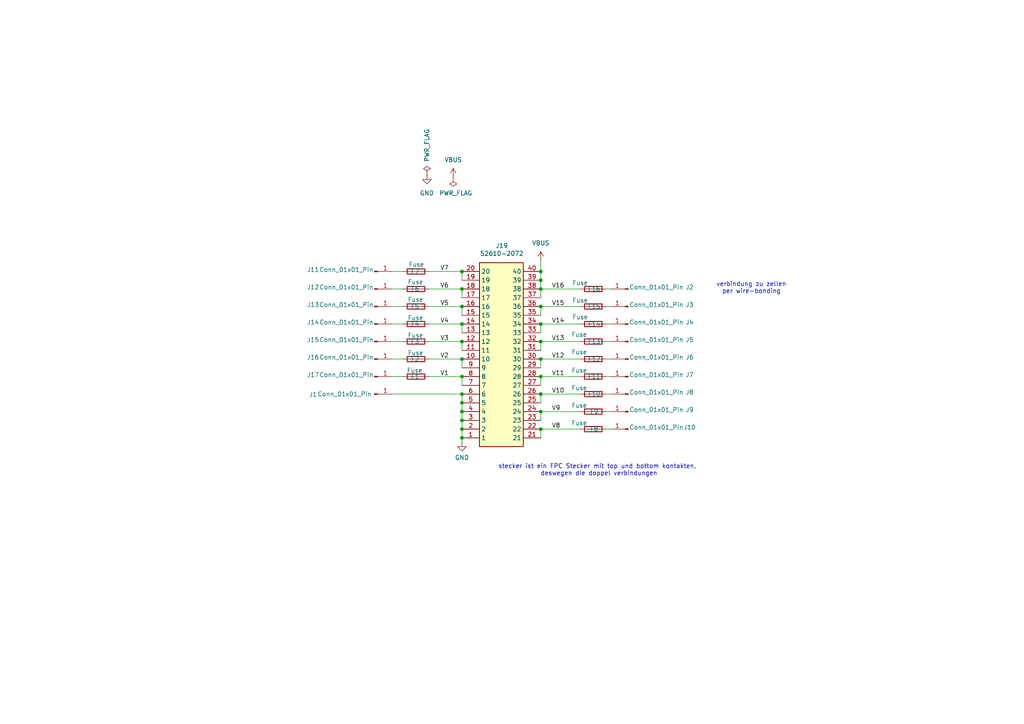
<source format=kicad_sch>
(kicad_sch
	(version 20231120)
	(generator "eeschema")
	(generator_version "8.0")
	(uuid "1d9cc614-0bf5-4778-8e8e-0e8d2a4a5fa2")
	(paper "A4")
	(lib_symbols
		(symbol "52610-2072:52610-2072"
			(exclude_from_sim no)
			(in_bom yes)
			(on_board yes)
			(property "Reference" "J"
				(at 19.05 7.62 0)
				(effects
					(font
						(size 1.27 1.27)
					)
					(justify left top)
				)
			)
			(property "Value" "52610-2072"
				(at 19.05 5.08 0)
				(effects
					(font
						(size 1.27 1.27)
					)
					(justify left top)
				)
			)
			(property "Footprint" "526102072"
				(at 19.05 -94.92 0)
				(effects
					(font
						(size 1.27 1.27)
					)
					(justify left top)
					(hide yes)
				)
			)
			(property "Datasheet" "https://componentsearchengine.com/Datasheets/1/52610-2072.pdf"
				(at 19.05 -194.92 0)
				(effects
					(font
						(size 1.27 1.27)
					)
					(justify left top)
					(hide yes)
				)
			)
			(property "Description" "FFC & FPC Connectors"
				(at 0 0 0)
				(effects
					(font
						(size 1.27 1.27)
					)
					(hide yes)
				)
			)
			(property "Height" "6.05"
				(at 19.05 -394.92 0)
				(effects
					(font
						(size 1.27 1.27)
					)
					(justify left top)
					(hide yes)
				)
			)
			(property "Mouser Part Number" "538-52610-2072"
				(at 19.05 -494.92 0)
				(effects
					(font
						(size 1.27 1.27)
					)
					(justify left top)
					(hide yes)
				)
			)
			(property "Mouser Price/Stock" "https://www.mouser.co.uk/ProductDetail/Molex/52610-2072?qs=nDwhpid8gJYd%252BKSw8qHD2g%3D%3D"
				(at 19.05 -594.92 0)
				(effects
					(font
						(size 1.27 1.27)
					)
					(justify left top)
					(hide yes)
				)
			)
			(property "Manufacturer_Name" "Molex"
				(at 19.05 -694.92 0)
				(effects
					(font
						(size 1.27 1.27)
					)
					(justify left top)
					(hide yes)
				)
			)
			(property "Manufacturer_Part_Number" "52610-2072"
				(at 19.05 -794.92 0)
				(effects
					(font
						(size 1.27 1.27)
					)
					(justify left top)
					(hide yes)
				)
			)
			(symbol "52610-2072_1_1"
				(rectangle
					(start 5.08 2.54)
					(end 17.78 -50.8)
					(stroke
						(width 0.254)
						(type default)
					)
					(fill
						(type background)
					)
				)
				(pin passive line
					(at 0 0 0)
					(length 5.08)
					(name "1"
						(effects
							(font
								(size 1.27 1.27)
							)
						)
					)
					(number "1"
						(effects
							(font
								(size 1.27 1.27)
							)
						)
					)
				)
				(pin passive line
					(at 0 -22.86 0)
					(length 5.08)
					(name "10"
						(effects
							(font
								(size 1.27 1.27)
							)
						)
					)
					(number "10"
						(effects
							(font
								(size 1.27 1.27)
							)
						)
					)
				)
				(pin passive line
					(at 0 -25.4 0)
					(length 5.08)
					(name "11"
						(effects
							(font
								(size 1.27 1.27)
							)
						)
					)
					(number "11"
						(effects
							(font
								(size 1.27 1.27)
							)
						)
					)
				)
				(pin passive line
					(at 0 -27.94 0)
					(length 5.08)
					(name "12"
						(effects
							(font
								(size 1.27 1.27)
							)
						)
					)
					(number "12"
						(effects
							(font
								(size 1.27 1.27)
							)
						)
					)
				)
				(pin passive line
					(at 0 -30.48 0)
					(length 5.08)
					(name "13"
						(effects
							(font
								(size 1.27 1.27)
							)
						)
					)
					(number "13"
						(effects
							(font
								(size 1.27 1.27)
							)
						)
					)
				)
				(pin passive line
					(at 0 -33.02 0)
					(length 5.08)
					(name "14"
						(effects
							(font
								(size 1.27 1.27)
							)
						)
					)
					(number "14"
						(effects
							(font
								(size 1.27 1.27)
							)
						)
					)
				)
				(pin passive line
					(at 0 -35.56 0)
					(length 5.08)
					(name "15"
						(effects
							(font
								(size 1.27 1.27)
							)
						)
					)
					(number "15"
						(effects
							(font
								(size 1.27 1.27)
							)
						)
					)
				)
				(pin passive line
					(at 0 -38.1 0)
					(length 5.08)
					(name "16"
						(effects
							(font
								(size 1.27 1.27)
							)
						)
					)
					(number "16"
						(effects
							(font
								(size 1.27 1.27)
							)
						)
					)
				)
				(pin passive line
					(at 0 -40.64 0)
					(length 5.08)
					(name "17"
						(effects
							(font
								(size 1.27 1.27)
							)
						)
					)
					(number "17"
						(effects
							(font
								(size 1.27 1.27)
							)
						)
					)
				)
				(pin passive line
					(at 0 -43.18 0)
					(length 5.08)
					(name "18"
						(effects
							(font
								(size 1.27 1.27)
							)
						)
					)
					(number "18"
						(effects
							(font
								(size 1.27 1.27)
							)
						)
					)
				)
				(pin passive line
					(at 0 -45.72 0)
					(length 5.08)
					(name "19"
						(effects
							(font
								(size 1.27 1.27)
							)
						)
					)
					(number "19"
						(effects
							(font
								(size 1.27 1.27)
							)
						)
					)
				)
				(pin passive line
					(at 0 -2.54 0)
					(length 5.08)
					(name "2"
						(effects
							(font
								(size 1.27 1.27)
							)
						)
					)
					(number "2"
						(effects
							(font
								(size 1.27 1.27)
							)
						)
					)
				)
				(pin passive line
					(at 0 -48.26 0)
					(length 5.08)
					(name "20"
						(effects
							(font
								(size 1.27 1.27)
							)
						)
					)
					(number "20"
						(effects
							(font
								(size 1.27 1.27)
							)
						)
					)
				)
				(pin passive line
					(at 22.86 0 180)
					(length 5.08)
					(name "21"
						(effects
							(font
								(size 1.27 1.27)
							)
						)
					)
					(number "21"
						(effects
							(font
								(size 1.27 1.27)
							)
						)
					)
				)
				(pin passive line
					(at 22.86 -2.54 180)
					(length 5.08)
					(name "22"
						(effects
							(font
								(size 1.27 1.27)
							)
						)
					)
					(number "22"
						(effects
							(font
								(size 1.27 1.27)
							)
						)
					)
				)
				(pin passive line
					(at 22.86 -5.08 180)
					(length 5.08)
					(name "23"
						(effects
							(font
								(size 1.27 1.27)
							)
						)
					)
					(number "23"
						(effects
							(font
								(size 1.27 1.27)
							)
						)
					)
				)
				(pin passive line
					(at 22.86 -7.62 180)
					(length 5.08)
					(name "24"
						(effects
							(font
								(size 1.27 1.27)
							)
						)
					)
					(number "24"
						(effects
							(font
								(size 1.27 1.27)
							)
						)
					)
				)
				(pin passive line
					(at 22.86 -10.16 180)
					(length 5.08)
					(name "25"
						(effects
							(font
								(size 1.27 1.27)
							)
						)
					)
					(number "25"
						(effects
							(font
								(size 1.27 1.27)
							)
						)
					)
				)
				(pin passive line
					(at 22.86 -12.7 180)
					(length 5.08)
					(name "26"
						(effects
							(font
								(size 1.27 1.27)
							)
						)
					)
					(number "26"
						(effects
							(font
								(size 1.27 1.27)
							)
						)
					)
				)
				(pin passive line
					(at 22.86 -15.24 180)
					(length 5.08)
					(name "27"
						(effects
							(font
								(size 1.27 1.27)
							)
						)
					)
					(number "27"
						(effects
							(font
								(size 1.27 1.27)
							)
						)
					)
				)
				(pin passive line
					(at 22.86 -17.78 180)
					(length 5.08)
					(name "28"
						(effects
							(font
								(size 1.27 1.27)
							)
						)
					)
					(number "28"
						(effects
							(font
								(size 1.27 1.27)
							)
						)
					)
				)
				(pin passive line
					(at 22.86 -20.32 180)
					(length 5.08)
					(name "29"
						(effects
							(font
								(size 1.27 1.27)
							)
						)
					)
					(number "29"
						(effects
							(font
								(size 1.27 1.27)
							)
						)
					)
				)
				(pin passive line
					(at 0 -5.08 0)
					(length 5.08)
					(name "3"
						(effects
							(font
								(size 1.27 1.27)
							)
						)
					)
					(number "3"
						(effects
							(font
								(size 1.27 1.27)
							)
						)
					)
				)
				(pin passive line
					(at 22.86 -22.86 180)
					(length 5.08)
					(name "30"
						(effects
							(font
								(size 1.27 1.27)
							)
						)
					)
					(number "30"
						(effects
							(font
								(size 1.27 1.27)
							)
						)
					)
				)
				(pin passive line
					(at 22.86 -25.4 180)
					(length 5.08)
					(name "31"
						(effects
							(font
								(size 1.27 1.27)
							)
						)
					)
					(number "31"
						(effects
							(font
								(size 1.27 1.27)
							)
						)
					)
				)
				(pin passive line
					(at 22.86 -27.94 180)
					(length 5.08)
					(name "32"
						(effects
							(font
								(size 1.27 1.27)
							)
						)
					)
					(number "32"
						(effects
							(font
								(size 1.27 1.27)
							)
						)
					)
				)
				(pin passive line
					(at 22.86 -30.48 180)
					(length 5.08)
					(name "33"
						(effects
							(font
								(size 1.27 1.27)
							)
						)
					)
					(number "33"
						(effects
							(font
								(size 1.27 1.27)
							)
						)
					)
				)
				(pin passive line
					(at 22.86 -33.02 180)
					(length 5.08)
					(name "34"
						(effects
							(font
								(size 1.27 1.27)
							)
						)
					)
					(number "34"
						(effects
							(font
								(size 1.27 1.27)
							)
						)
					)
				)
				(pin passive line
					(at 22.86 -35.56 180)
					(length 5.08)
					(name "35"
						(effects
							(font
								(size 1.27 1.27)
							)
						)
					)
					(number "35"
						(effects
							(font
								(size 1.27 1.27)
							)
						)
					)
				)
				(pin passive line
					(at 22.86 -38.1 180)
					(length 5.08)
					(name "36"
						(effects
							(font
								(size 1.27 1.27)
							)
						)
					)
					(number "36"
						(effects
							(font
								(size 1.27 1.27)
							)
						)
					)
				)
				(pin passive line
					(at 22.86 -40.64 180)
					(length 5.08)
					(name "37"
						(effects
							(font
								(size 1.27 1.27)
							)
						)
					)
					(number "37"
						(effects
							(font
								(size 1.27 1.27)
							)
						)
					)
				)
				(pin passive line
					(at 22.86 -43.18 180)
					(length 5.08)
					(name "38"
						(effects
							(font
								(size 1.27 1.27)
							)
						)
					)
					(number "38"
						(effects
							(font
								(size 1.27 1.27)
							)
						)
					)
				)
				(pin passive line
					(at 22.86 -45.72 180)
					(length 5.08)
					(name "39"
						(effects
							(font
								(size 1.27 1.27)
							)
						)
					)
					(number "39"
						(effects
							(font
								(size 1.27 1.27)
							)
						)
					)
				)
				(pin passive line
					(at 0 -7.62 0)
					(length 5.08)
					(name "4"
						(effects
							(font
								(size 1.27 1.27)
							)
						)
					)
					(number "4"
						(effects
							(font
								(size 1.27 1.27)
							)
						)
					)
				)
				(pin passive line
					(at 22.86 -48.26 180)
					(length 5.08)
					(name "40"
						(effects
							(font
								(size 1.27 1.27)
							)
						)
					)
					(number "40"
						(effects
							(font
								(size 1.27 1.27)
							)
						)
					)
				)
				(pin passive line
					(at 0 -10.16 0)
					(length 5.08)
					(name "5"
						(effects
							(font
								(size 1.27 1.27)
							)
						)
					)
					(number "5"
						(effects
							(font
								(size 1.27 1.27)
							)
						)
					)
				)
				(pin passive line
					(at 0 -12.7 0)
					(length 5.08)
					(name "6"
						(effects
							(font
								(size 1.27 1.27)
							)
						)
					)
					(number "6"
						(effects
							(font
								(size 1.27 1.27)
							)
						)
					)
				)
				(pin passive line
					(at 0 -15.24 0)
					(length 5.08)
					(name "7"
						(effects
							(font
								(size 1.27 1.27)
							)
						)
					)
					(number "7"
						(effects
							(font
								(size 1.27 1.27)
							)
						)
					)
				)
				(pin passive line
					(at 0 -17.78 0)
					(length 5.08)
					(name "8"
						(effects
							(font
								(size 1.27 1.27)
							)
						)
					)
					(number "8"
						(effects
							(font
								(size 1.27 1.27)
							)
						)
					)
				)
				(pin passive line
					(at 0 -20.32 0)
					(length 5.08)
					(name "9"
						(effects
							(font
								(size 1.27 1.27)
							)
						)
					)
					(number "9"
						(effects
							(font
								(size 1.27 1.27)
							)
						)
					)
				)
			)
		)
		(symbol "Connector:Conn_01x01_Pin"
			(pin_names
				(offset 1.016) hide)
			(exclude_from_sim no)
			(in_bom yes)
			(on_board yes)
			(property "Reference" "J"
				(at 0 2.54 0)
				(effects
					(font
						(size 1.27 1.27)
					)
				)
			)
			(property "Value" "Conn_01x01_Pin"
				(at 0 -2.54 0)
				(effects
					(font
						(size 1.27 1.27)
					)
				)
			)
			(property "Footprint" ""
				(at 0 0 0)
				(effects
					(font
						(size 1.27 1.27)
					)
					(hide yes)
				)
			)
			(property "Datasheet" "~"
				(at 0 0 0)
				(effects
					(font
						(size 1.27 1.27)
					)
					(hide yes)
				)
			)
			(property "Description" "Generic connector, single row, 01x01, script generated"
				(at 0 0 0)
				(effects
					(font
						(size 1.27 1.27)
					)
					(hide yes)
				)
			)
			(property "ki_locked" ""
				(at 0 0 0)
				(effects
					(font
						(size 1.27 1.27)
					)
				)
			)
			(property "ki_keywords" "connector"
				(at 0 0 0)
				(effects
					(font
						(size 1.27 1.27)
					)
					(hide yes)
				)
			)
			(property "ki_fp_filters" "Connector*:*_1x??_*"
				(at 0 0 0)
				(effects
					(font
						(size 1.27 1.27)
					)
					(hide yes)
				)
			)
			(symbol "Conn_01x01_Pin_1_1"
				(polyline
					(pts
						(xy 1.27 0) (xy 0.8636 0)
					)
					(stroke
						(width 0.1524)
						(type default)
					)
					(fill
						(type none)
					)
				)
				(rectangle
					(start 0.8636 0.127)
					(end 0 -0.127)
					(stroke
						(width 0.1524)
						(type default)
					)
					(fill
						(type outline)
					)
				)
				(pin passive line
					(at 5.08 0 180)
					(length 3.81)
					(name "Pin_1"
						(effects
							(font
								(size 1.27 1.27)
							)
						)
					)
					(number "1"
						(effects
							(font
								(size 1.27 1.27)
							)
						)
					)
				)
			)
		)
		(symbol "Device:Fuse"
			(pin_numbers hide)
			(pin_names
				(offset 0)
			)
			(exclude_from_sim no)
			(in_bom yes)
			(on_board yes)
			(property "Reference" "F"
				(at 2.032 0 90)
				(effects
					(font
						(size 1.27 1.27)
					)
				)
			)
			(property "Value" "Fuse"
				(at -1.905 0 90)
				(effects
					(font
						(size 1.27 1.27)
					)
				)
			)
			(property "Footprint" ""
				(at -1.778 0 90)
				(effects
					(font
						(size 1.27 1.27)
					)
					(hide yes)
				)
			)
			(property "Datasheet" "~"
				(at 0 0 0)
				(effects
					(font
						(size 1.27 1.27)
					)
					(hide yes)
				)
			)
			(property "Description" "Fuse"
				(at 0 0 0)
				(effects
					(font
						(size 1.27 1.27)
					)
					(hide yes)
				)
			)
			(property "ki_keywords" "fuse"
				(at 0 0 0)
				(effects
					(font
						(size 1.27 1.27)
					)
					(hide yes)
				)
			)
			(property "ki_fp_filters" "*Fuse*"
				(at 0 0 0)
				(effects
					(font
						(size 1.27 1.27)
					)
					(hide yes)
				)
			)
			(symbol "Fuse_0_1"
				(rectangle
					(start -0.762 -2.54)
					(end 0.762 2.54)
					(stroke
						(width 0.254)
						(type default)
					)
					(fill
						(type none)
					)
				)
				(polyline
					(pts
						(xy 0 2.54) (xy 0 -2.54)
					)
					(stroke
						(width 0)
						(type default)
					)
					(fill
						(type none)
					)
				)
			)
			(symbol "Fuse_1_1"
				(pin passive line
					(at 0 3.81 270)
					(length 1.27)
					(name "~"
						(effects
							(font
								(size 1.27 1.27)
							)
						)
					)
					(number "1"
						(effects
							(font
								(size 1.27 1.27)
							)
						)
					)
				)
				(pin passive line
					(at 0 -3.81 90)
					(length 1.27)
					(name "~"
						(effects
							(font
								(size 1.27 1.27)
							)
						)
					)
					(number "2"
						(effects
							(font
								(size 1.27 1.27)
							)
						)
					)
				)
			)
		)
		(symbol "power:GND"
			(power)
			(pin_numbers hide)
			(pin_names
				(offset 0) hide)
			(exclude_from_sim no)
			(in_bom yes)
			(on_board yes)
			(property "Reference" "#PWR"
				(at 0 -6.35 0)
				(effects
					(font
						(size 1.27 1.27)
					)
					(hide yes)
				)
			)
			(property "Value" "GND"
				(at 0 -3.81 0)
				(effects
					(font
						(size 1.27 1.27)
					)
				)
			)
			(property "Footprint" ""
				(at 0 0 0)
				(effects
					(font
						(size 1.27 1.27)
					)
					(hide yes)
				)
			)
			(property "Datasheet" ""
				(at 0 0 0)
				(effects
					(font
						(size 1.27 1.27)
					)
					(hide yes)
				)
			)
			(property "Description" "Power symbol creates a global label with name \"GND\" , ground"
				(at 0 0 0)
				(effects
					(font
						(size 1.27 1.27)
					)
					(hide yes)
				)
			)
			(property "ki_keywords" "global power"
				(at 0 0 0)
				(effects
					(font
						(size 1.27 1.27)
					)
					(hide yes)
				)
			)
			(symbol "GND_0_1"
				(polyline
					(pts
						(xy 0 0) (xy 0 -1.27) (xy 1.27 -1.27) (xy 0 -2.54) (xy -1.27 -1.27) (xy 0 -1.27)
					)
					(stroke
						(width 0)
						(type default)
					)
					(fill
						(type none)
					)
				)
			)
			(symbol "GND_1_1"
				(pin power_in line
					(at 0 0 270)
					(length 0)
					(name "~"
						(effects
							(font
								(size 1.27 1.27)
							)
						)
					)
					(number "1"
						(effects
							(font
								(size 1.27 1.27)
							)
						)
					)
				)
			)
		)
		(symbol "power:PWR_FLAG"
			(power)
			(pin_numbers hide)
			(pin_names
				(offset 0) hide)
			(exclude_from_sim no)
			(in_bom yes)
			(on_board yes)
			(property "Reference" "#FLG"
				(at 0 1.905 0)
				(effects
					(font
						(size 1.27 1.27)
					)
					(hide yes)
				)
			)
			(property "Value" "PWR_FLAG"
				(at 0 3.81 0)
				(effects
					(font
						(size 1.27 1.27)
					)
				)
			)
			(property "Footprint" ""
				(at 0 0 0)
				(effects
					(font
						(size 1.27 1.27)
					)
					(hide yes)
				)
			)
			(property "Datasheet" "~"
				(at 0 0 0)
				(effects
					(font
						(size 1.27 1.27)
					)
					(hide yes)
				)
			)
			(property "Description" "Special symbol for telling ERC where power comes from"
				(at 0 0 0)
				(effects
					(font
						(size 1.27 1.27)
					)
					(hide yes)
				)
			)
			(property "ki_keywords" "flag power"
				(at 0 0 0)
				(effects
					(font
						(size 1.27 1.27)
					)
					(hide yes)
				)
			)
			(symbol "PWR_FLAG_0_0"
				(pin power_out line
					(at 0 0 90)
					(length 0)
					(name "~"
						(effects
							(font
								(size 1.27 1.27)
							)
						)
					)
					(number "1"
						(effects
							(font
								(size 1.27 1.27)
							)
						)
					)
				)
			)
			(symbol "PWR_FLAG_0_1"
				(polyline
					(pts
						(xy 0 0) (xy 0 1.27) (xy -1.016 1.905) (xy 0 2.54) (xy 1.016 1.905) (xy 0 1.27)
					)
					(stroke
						(width 0)
						(type default)
					)
					(fill
						(type none)
					)
				)
			)
		)
		(symbol "power:VBUS"
			(power)
			(pin_numbers hide)
			(pin_names
				(offset 0) hide)
			(exclude_from_sim no)
			(in_bom yes)
			(on_board yes)
			(property "Reference" "#PWR"
				(at 0 -3.81 0)
				(effects
					(font
						(size 1.27 1.27)
					)
					(hide yes)
				)
			)
			(property "Value" "VBUS"
				(at 0 3.556 0)
				(effects
					(font
						(size 1.27 1.27)
					)
				)
			)
			(property "Footprint" ""
				(at 0 0 0)
				(effects
					(font
						(size 1.27 1.27)
					)
					(hide yes)
				)
			)
			(property "Datasheet" ""
				(at 0 0 0)
				(effects
					(font
						(size 1.27 1.27)
					)
					(hide yes)
				)
			)
			(property "Description" "Power symbol creates a global label with name \"VBUS\""
				(at 0 0 0)
				(effects
					(font
						(size 1.27 1.27)
					)
					(hide yes)
				)
			)
			(property "ki_keywords" "global power"
				(at 0 0 0)
				(effects
					(font
						(size 1.27 1.27)
					)
					(hide yes)
				)
			)
			(symbol "VBUS_0_1"
				(polyline
					(pts
						(xy -0.762 1.27) (xy 0 2.54)
					)
					(stroke
						(width 0)
						(type default)
					)
					(fill
						(type none)
					)
				)
				(polyline
					(pts
						(xy 0 0) (xy 0 2.54)
					)
					(stroke
						(width 0)
						(type default)
					)
					(fill
						(type none)
					)
				)
				(polyline
					(pts
						(xy 0 2.54) (xy 0.762 1.27)
					)
					(stroke
						(width 0)
						(type default)
					)
					(fill
						(type none)
					)
				)
			)
			(symbol "VBUS_1_1"
				(pin power_in line
					(at 0 0 90)
					(length 0)
					(name "~"
						(effects
							(font
								(size 1.27 1.27)
							)
						)
					)
					(number "1"
						(effects
							(font
								(size 1.27 1.27)
							)
						)
					)
				)
			)
		)
	)
	(junction
		(at 133.985 99.06)
		(diameter 0)
		(color 0 0 0 0)
		(uuid "0168f773-9dd9-4f9d-8c14-67fb02d2351e")
	)
	(junction
		(at 133.985 124.46)
		(diameter 0)
		(color 0 0 0 0)
		(uuid "03fc4723-ffc6-4303-98d1-d6f0214de8be")
	)
	(junction
		(at 133.985 109.22)
		(diameter 0)
		(color 0 0 0 0)
		(uuid "04e482b6-a756-4dee-bfe3-a3685faa60fc")
	)
	(junction
		(at 156.845 119.38)
		(diameter 0)
		(color 0 0 0 0)
		(uuid "0675166a-b728-4bde-8ff2-d69b2dae060f")
	)
	(junction
		(at 156.845 109.22)
		(diameter 0)
		(color 0 0 0 0)
		(uuid "0696a963-d4b3-41e5-b843-ffbf1859643d")
	)
	(junction
		(at 133.985 104.14)
		(diameter 0)
		(color 0 0 0 0)
		(uuid "0bb717dd-3cf0-4aa4-abba-fc24e8cf0c74")
	)
	(junction
		(at 133.985 78.74)
		(diameter 0)
		(color 0 0 0 0)
		(uuid "1aff74f7-00df-49d2-9625-2bb0895f1f9c")
	)
	(junction
		(at 133.985 88.9)
		(diameter 0)
		(color 0 0 0 0)
		(uuid "206d8abc-3c7d-4ccc-8a5c-13e252f18d28")
	)
	(junction
		(at 156.845 114.3)
		(diameter 0)
		(color 0 0 0 0)
		(uuid "212a105d-aa1a-4ea3-825e-b1c7ad571964")
	)
	(junction
		(at 133.985 83.82)
		(diameter 0)
		(color 0 0 0 0)
		(uuid "2e651bdb-8466-4eca-8ae3-980add46c54f")
	)
	(junction
		(at 156.845 93.98)
		(diameter 0)
		(color 0 0 0 0)
		(uuid "5150cb41-fba8-46d5-ad86-db6ec52c80bc")
	)
	(junction
		(at 156.845 78.74)
		(diameter 0)
		(color 0 0 0 0)
		(uuid "537b367b-ab2a-4570-b881-c764aa249d37")
	)
	(junction
		(at 156.845 88.9)
		(diameter 0)
		(color 0 0 0 0)
		(uuid "5c0e08e7-76fb-432b-bba2-4c5d3e2af1de")
	)
	(junction
		(at 133.985 121.92)
		(diameter 0)
		(color 0 0 0 0)
		(uuid "7b305cb1-541b-4ac1-9bcb-f3742acb775b")
	)
	(junction
		(at 133.985 119.38)
		(diameter 0)
		(color 0 0 0 0)
		(uuid "80e62256-3302-4425-9930-610d499d665d")
	)
	(junction
		(at 133.985 127)
		(diameter 0)
		(color 0 0 0 0)
		(uuid "a297dc2c-a99b-4ea1-8c49-d73898b3e606")
	)
	(junction
		(at 133.985 93.98)
		(diameter 0)
		(color 0 0 0 0)
		(uuid "a7117c1d-787d-46e6-8997-e62423841b13")
	)
	(junction
		(at 156.845 99.06)
		(diameter 0)
		(color 0 0 0 0)
		(uuid "a87be903-5e16-43d2-b79a-a859803f0cc3")
	)
	(junction
		(at 133.985 116.84)
		(diameter 0)
		(color 0 0 0 0)
		(uuid "b0b8796c-704f-49de-bdf6-24f0945632a3")
	)
	(junction
		(at 156.845 81.28)
		(diameter 0)
		(color 0 0 0 0)
		(uuid "bcebba81-50f7-406a-8d06-66cc06c9372c")
	)
	(junction
		(at 156.845 124.46)
		(diameter 0)
		(color 0 0 0 0)
		(uuid "c139a2a2-4128-449d-b38c-3f30117cae82")
	)
	(junction
		(at 156.845 104.14)
		(diameter 0)
		(color 0 0 0 0)
		(uuid "c1df4905-d19f-4205-af19-5bd23689a95a")
	)
	(junction
		(at 133.985 114.3)
		(diameter 0)
		(color 0 0 0 0)
		(uuid "c4670233-a88f-4cc9-9afa-200f18a2bb37")
	)
	(junction
		(at 156.845 83.82)
		(diameter 0)
		(color 0 0 0 0)
		(uuid "de2b3d53-fb77-4df2-8c71-8b78bf929c09")
	)
	(wire
		(pts
			(xy 133.985 104.14) (xy 133.985 106.68)
		)
		(stroke
			(width 0)
			(type default)
		)
		(uuid "0052b478-816a-460e-94f9-ac1e358ecca5")
	)
	(wire
		(pts
			(xy 156.845 109.22) (xy 168.275 109.22)
		)
		(stroke
			(width 0)
			(type default)
		)
		(uuid "018aceaa-26cb-4f5d-b678-2d4d9a5ed598")
	)
	(wire
		(pts
			(xy 156.845 93.98) (xy 156.845 96.52)
		)
		(stroke
			(width 0)
			(type default)
		)
		(uuid "019c136f-4ba7-4a5e-9c28-06f52005b396")
	)
	(wire
		(pts
			(xy 156.845 88.9) (xy 168.275 88.9)
		)
		(stroke
			(width 0)
			(type default)
		)
		(uuid "04c2e2da-38fe-4555-b881-e0ed61176549")
	)
	(wire
		(pts
			(xy 124.46 83.82) (xy 133.985 83.82)
		)
		(stroke
			(width 0)
			(type default)
		)
		(uuid "0884c190-49c4-475f-b972-765626e3ba13")
	)
	(wire
		(pts
			(xy 156.845 104.14) (xy 168.275 104.14)
		)
		(stroke
			(width 0)
			(type default)
		)
		(uuid "089164e1-5bd7-4056-a0cf-ba13b3f47eb6")
	)
	(wire
		(pts
			(xy 133.985 93.98) (xy 133.985 96.52)
		)
		(stroke
			(width 0)
			(type default)
		)
		(uuid "0c32e2cb-e44c-466f-8cf2-7c8ef33b259f")
	)
	(wire
		(pts
			(xy 175.895 93.98) (xy 177.165 93.98)
		)
		(stroke
			(width 0)
			(type default)
		)
		(uuid "0c4ffd47-0489-4c0d-ae89-7d6d6bfa1b2c")
	)
	(wire
		(pts
			(xy 156.845 104.14) (xy 156.845 106.68)
		)
		(stroke
			(width 0)
			(type default)
		)
		(uuid "10bcb633-1216-448b-be98-ca0b07038a86")
	)
	(wire
		(pts
			(xy 116.84 109.22) (xy 113.665 109.22)
		)
		(stroke
			(width 0)
			(type default)
		)
		(uuid "1222c7cc-0fc5-4786-bbfa-fbf5c0400464")
	)
	(wire
		(pts
			(xy 124.46 78.74) (xy 133.985 78.74)
		)
		(stroke
			(width 0)
			(type default)
		)
		(uuid "1346102b-3b45-4395-a71d-4231b9373788")
	)
	(wire
		(pts
			(xy 133.985 116.84) (xy 133.985 119.38)
		)
		(stroke
			(width 0)
			(type default)
		)
		(uuid "13717265-af5d-485a-a440-f9759b646d98")
	)
	(wire
		(pts
			(xy 175.895 83.82) (xy 177.165 83.82)
		)
		(stroke
			(width 0)
			(type default)
		)
		(uuid "1469e016-04b8-4413-8839-29e554d828a2")
	)
	(wire
		(pts
			(xy 175.895 119.38) (xy 177.165 119.38)
		)
		(stroke
			(width 0)
			(type default)
		)
		(uuid "15439573-ab63-4194-846e-bbe944d12e19")
	)
	(wire
		(pts
			(xy 133.985 121.92) (xy 133.985 124.46)
		)
		(stroke
			(width 0)
			(type default)
		)
		(uuid "1546c061-4b4a-415b-a611-1ecf6b76674d")
	)
	(wire
		(pts
			(xy 133.985 128.27) (xy 133.985 127)
		)
		(stroke
			(width 0)
			(type default)
		)
		(uuid "16d9488f-449f-49f9-a561-e651276b4853")
	)
	(wire
		(pts
			(xy 156.845 114.3) (xy 168.275 114.3)
		)
		(stroke
			(width 0)
			(type default)
		)
		(uuid "1849a1a0-e8ff-4c4f-a564-17ccd6268bae")
	)
	(wire
		(pts
			(xy 175.895 99.06) (xy 177.165 99.06)
		)
		(stroke
			(width 0)
			(type default)
		)
		(uuid "1a1be08b-3a61-400d-842f-d9502a4ed2b3")
	)
	(wire
		(pts
			(xy 116.84 83.82) (xy 113.665 83.82)
		)
		(stroke
			(width 0)
			(type default)
		)
		(uuid "1bb2f3ab-1b25-4197-9ea6-0a1f325ce113")
	)
	(wire
		(pts
			(xy 124.46 88.9) (xy 133.985 88.9)
		)
		(stroke
			(width 0)
			(type default)
		)
		(uuid "1c25f0b9-6261-4a5e-8172-d2a1c23183ce")
	)
	(wire
		(pts
			(xy 156.845 124.46) (xy 168.275 124.46)
		)
		(stroke
			(width 0)
			(type default)
		)
		(uuid "207aa897-54c4-4892-a085-7fe29ee18511")
	)
	(wire
		(pts
			(xy 156.845 83.82) (xy 156.845 86.36)
		)
		(stroke
			(width 0)
			(type default)
		)
		(uuid "207bc5d2-3348-45af-800c-dc239180504f")
	)
	(wire
		(pts
			(xy 156.845 124.46) (xy 156.845 127)
		)
		(stroke
			(width 0)
			(type default)
		)
		(uuid "20eb60e9-27a4-40fd-96a4-c8ae1fae8578")
	)
	(wire
		(pts
			(xy 133.985 83.82) (xy 133.985 86.36)
		)
		(stroke
			(width 0)
			(type default)
		)
		(uuid "24208ea0-2e31-43b6-9339-46b7a45f93d0")
	)
	(wire
		(pts
			(xy 133.985 114.3) (xy 133.985 116.84)
		)
		(stroke
			(width 0)
			(type default)
		)
		(uuid "2ddcf5f2-6098-4f38-ae7d-6e929369b5b7")
	)
	(wire
		(pts
			(xy 156.845 83.82) (xy 168.275 83.82)
		)
		(stroke
			(width 0)
			(type default)
		)
		(uuid "300039bf-130d-435f-80eb-493b358ca86f")
	)
	(wire
		(pts
			(xy 124.46 104.14) (xy 133.985 104.14)
		)
		(stroke
			(width 0)
			(type default)
		)
		(uuid "408e65f2-b7f6-419f-a6ca-9bcc99e4745f")
	)
	(wire
		(pts
			(xy 156.845 99.06) (xy 156.845 101.6)
		)
		(stroke
			(width 0)
			(type default)
		)
		(uuid "428f3da8-b3db-416d-be76-4cc3782bc18a")
	)
	(wire
		(pts
			(xy 133.985 99.06) (xy 133.985 101.6)
		)
		(stroke
			(width 0)
			(type default)
		)
		(uuid "445c507a-b918-42c9-83bb-4f2aa226299c")
	)
	(wire
		(pts
			(xy 116.84 99.06) (xy 113.665 99.06)
		)
		(stroke
			(width 0)
			(type default)
		)
		(uuid "53ac8e79-26e6-4d0b-8326-aebaffe76305")
	)
	(wire
		(pts
			(xy 156.845 78.74) (xy 156.845 81.28)
		)
		(stroke
			(width 0)
			(type default)
		)
		(uuid "540a982c-4f29-4329-bcf7-2c160f8d3cd6")
	)
	(wire
		(pts
			(xy 116.84 88.9) (xy 113.665 88.9)
		)
		(stroke
			(width 0)
			(type default)
		)
		(uuid "5b95f99b-d8e8-4a6c-87ab-b83f98e08d0a")
	)
	(wire
		(pts
			(xy 116.84 93.98) (xy 113.665 93.98)
		)
		(stroke
			(width 0)
			(type default)
		)
		(uuid "6808f3c4-c470-4e2f-9cc9-3e7062c66150")
	)
	(wire
		(pts
			(xy 156.845 75.565) (xy 156.845 78.74)
		)
		(stroke
			(width 0)
			(type default)
		)
		(uuid "70a7baf9-f793-41ea-aa80-3363ea1d742d")
	)
	(wire
		(pts
			(xy 156.845 114.3) (xy 156.845 116.84)
		)
		(stroke
			(width 0)
			(type default)
		)
		(uuid "7c455362-b1b6-4bed-b0ad-157380a4e5f0")
	)
	(wire
		(pts
			(xy 116.84 78.74) (xy 113.665 78.74)
		)
		(stroke
			(width 0)
			(type default)
		)
		(uuid "7fc7673f-8e52-4a6b-8a80-cf9a93cfa47f")
	)
	(wire
		(pts
			(xy 175.895 114.3) (xy 177.165 114.3)
		)
		(stroke
			(width 0)
			(type default)
		)
		(uuid "82f893ee-e1c3-4a07-b284-d1413b9ab85d")
	)
	(wire
		(pts
			(xy 175.895 124.46) (xy 177.165 124.46)
		)
		(stroke
			(width 0)
			(type default)
		)
		(uuid "881cdb73-70ce-473f-a1fd-0389e93d3123")
	)
	(wire
		(pts
			(xy 116.84 104.14) (xy 113.665 104.14)
		)
		(stroke
			(width 0)
			(type default)
		)
		(uuid "92634063-e3c1-4d82-b30a-a12953c688ba")
	)
	(wire
		(pts
			(xy 175.895 109.22) (xy 177.165 109.22)
		)
		(stroke
			(width 0)
			(type default)
		)
		(uuid "947e9429-f069-4684-8fe6-4eb6c0548d51")
	)
	(wire
		(pts
			(xy 175.895 88.9) (xy 177.165 88.9)
		)
		(stroke
			(width 0)
			(type default)
		)
		(uuid "9cc141a5-4877-4cc4-9809-c014531f9c23")
	)
	(wire
		(pts
			(xy 133.985 88.9) (xy 133.985 91.44)
		)
		(stroke
			(width 0)
			(type default)
		)
		(uuid "aa9a29f4-3626-45f7-9933-72ad35553bea")
	)
	(wire
		(pts
			(xy 156.845 88.9) (xy 156.845 91.44)
		)
		(stroke
			(width 0)
			(type default)
		)
		(uuid "acd1c75b-8d39-4ac7-91b3-1365682b0038")
	)
	(wire
		(pts
			(xy 133.985 119.38) (xy 133.985 121.92)
		)
		(stroke
			(width 0)
			(type default)
		)
		(uuid "af6a988a-a97d-4ad1-b1e4-473fc94817d6")
	)
	(wire
		(pts
			(xy 133.985 124.46) (xy 133.985 127)
		)
		(stroke
			(width 0)
			(type default)
		)
		(uuid "b4d41289-27a7-40ea-87fd-37ae1f215baf")
	)
	(wire
		(pts
			(xy 175.895 104.14) (xy 177.165 104.14)
		)
		(stroke
			(width 0)
			(type default)
		)
		(uuid "bb05c23b-e428-4efa-b493-f9b636d5f966")
	)
	(wire
		(pts
			(xy 156.845 119.38) (xy 156.845 121.92)
		)
		(stroke
			(width 0)
			(type default)
		)
		(uuid "bdb53f7e-c684-4649-9061-d45c09eb7e5d")
	)
	(wire
		(pts
			(xy 156.845 99.06) (xy 168.275 99.06)
		)
		(stroke
			(width 0)
			(type default)
		)
		(uuid "be39b9fa-fa7b-4129-b4de-6bd71cbd26aa")
	)
	(wire
		(pts
			(xy 124.46 99.06) (xy 133.985 99.06)
		)
		(stroke
			(width 0)
			(type default)
		)
		(uuid "c89efd5e-0363-48be-b9bf-00c073db6643")
	)
	(wire
		(pts
			(xy 124.46 109.22) (xy 133.985 109.22)
		)
		(stroke
			(width 0)
			(type default)
		)
		(uuid "d910b065-f6d8-46fb-b732-2e3747497e0d")
	)
	(wire
		(pts
			(xy 156.845 109.22) (xy 156.845 111.76)
		)
		(stroke
			(width 0)
			(type default)
		)
		(uuid "dc0d0e47-e524-424a-b655-0778f253b72c")
	)
	(wire
		(pts
			(xy 133.985 109.22) (xy 133.985 111.76)
		)
		(stroke
			(width 0)
			(type default)
		)
		(uuid "de9f2095-74e6-4dc3-bae4-24f698da34d3")
	)
	(wire
		(pts
			(xy 156.845 119.38) (xy 168.275 119.38)
		)
		(stroke
			(width 0)
			(type default)
		)
		(uuid "df7ba148-381d-48d6-99a7-10b9358bd187")
	)
	(wire
		(pts
			(xy 156.845 81.28) (xy 156.845 83.82)
		)
		(stroke
			(width 0)
			(type default)
		)
		(uuid "e28bc814-45cd-4b29-80d7-fa80c58d2922")
	)
	(wire
		(pts
			(xy 156.845 93.98) (xy 168.275 93.98)
		)
		(stroke
			(width 0)
			(type default)
		)
		(uuid "e8f3dd12-98eb-46cf-bfdf-abc10d26a132")
	)
	(wire
		(pts
			(xy 133.985 114.3) (xy 113.665 114.3)
		)
		(stroke
			(width 0)
			(type default)
		)
		(uuid "fa4e4e36-7cf6-48f6-a4fa-87eee3a72cfa")
	)
	(wire
		(pts
			(xy 124.46 93.98) (xy 133.985 93.98)
		)
		(stroke
			(width 0)
			(type default)
		)
		(uuid "fceec41b-07e3-4527-838c-3a0ecf4bfa7a")
	)
	(wire
		(pts
			(xy 133.985 78.74) (xy 133.985 81.28)
		)
		(stroke
			(width 0)
			(type default)
		)
		(uuid "fdb60a30-090e-4105-ac0d-15e6e7ff60f5")
	)
	(text "stecker ist ein FPC Stecker mit top und bottom kontakten, \ndeswegen die doppel verbindungen"
		(exclude_from_sim no)
		(at 173.736 136.398 0)
		(effects
			(font
				(size 1.27 1.27)
			)
		)
		(uuid "c9c55b5e-9374-455a-912c-16153b2d7e1e")
	)
	(text "verbindung zu zellen\nper wire-bonding\n"
		(exclude_from_sim no)
		(at 217.932 83.566 0)
		(effects
			(font
				(size 1.27 1.27)
			)
		)
		(uuid "cec7a0b1-c32f-46bb-a9f6-5ba939c63e77")
	)
	(label "V5"
		(at 130.175 88.9 180)
		(fields_autoplaced yes)
		(effects
			(font
				(size 1.27 1.27)
			)
			(justify right bottom)
		)
		(uuid "1c312e1d-d1c2-420b-b307-0a3bd3caff1b")
	)
	(label "V4"
		(at 130.175 93.98 180)
		(fields_autoplaced yes)
		(effects
			(font
				(size 1.27 1.27)
			)
			(justify right bottom)
		)
		(uuid "32352170-8fcf-4bff-a93a-1d5f37928d7a")
	)
	(label "V7"
		(at 130.175 78.74 180)
		(fields_autoplaced yes)
		(effects
			(font
				(size 1.27 1.27)
			)
			(justify right bottom)
		)
		(uuid "3b597dbb-9e83-42fb-9b1c-4fc0df8d0c60")
	)
	(label "V15"
		(at 160.02 88.9 0)
		(fields_autoplaced yes)
		(effects
			(font
				(size 1.27 1.27)
			)
			(justify left bottom)
		)
		(uuid "4b27b7af-cfc7-437a-aca8-7143790cf022")
	)
	(label "V14"
		(at 160.02 93.98 0)
		(fields_autoplaced yes)
		(effects
			(font
				(size 1.27 1.27)
			)
			(justify left bottom)
		)
		(uuid "5e41aed0-2f2b-4685-b499-66a209d113f3")
	)
	(label "V16"
		(at 160.02 83.82 0)
		(fields_autoplaced yes)
		(effects
			(font
				(size 1.27 1.27)
			)
			(justify left bottom)
		)
		(uuid "67ffef54-393c-4443-a81c-af5182ef72fb")
	)
	(label "V1"
		(at 130.175 109.22 180)
		(fields_autoplaced yes)
		(effects
			(font
				(size 1.27 1.27)
			)
			(justify right bottom)
		)
		(uuid "73a2e90e-a114-4443-87a8-7192d39c22f8")
	)
	(label "V2"
		(at 130.175 104.14 180)
		(fields_autoplaced yes)
		(effects
			(font
				(size 1.27 1.27)
			)
			(justify right bottom)
		)
		(uuid "7b132013-5ebd-4b43-90c0-7c5143564e14")
	)
	(label "V9"
		(at 160.02 119.38 0)
		(fields_autoplaced yes)
		(effects
			(font
				(size 1.27 1.27)
			)
			(justify left bottom)
		)
		(uuid "94b614b4-19ef-4ac6-bd0d-edcec25970b1")
	)
	(label "V3"
		(at 130.175 99.06 180)
		(fields_autoplaced yes)
		(effects
			(font
				(size 1.27 1.27)
			)
			(justify right bottom)
		)
		(uuid "acbd947f-6b44-4e79-b220-152f1ed195cd")
	)
	(label "V12"
		(at 160.02 104.14 0)
		(fields_autoplaced yes)
		(effects
			(font
				(size 1.27 1.27)
			)
			(justify left bottom)
		)
		(uuid "b1b98b2f-a5a7-469f-a1ae-b79053c0c937")
	)
	(label "V11"
		(at 160.02 109.22 0)
		(fields_autoplaced yes)
		(effects
			(font
				(size 1.27 1.27)
			)
			(justify left bottom)
		)
		(uuid "bef9a921-dc5d-43dd-b17b-aaac2659963a")
	)
	(label "V13"
		(at 160.02 99.06 0)
		(fields_autoplaced yes)
		(effects
			(font
				(size 1.27 1.27)
			)
			(justify left bottom)
		)
		(uuid "cf219a9e-cb0c-499c-aca7-2088f3e6cc3b")
	)
	(label "V8"
		(at 160.02 124.46 0)
		(fields_autoplaced yes)
		(effects
			(font
				(size 1.27 1.27)
			)
			(justify left bottom)
		)
		(uuid "d3abdf5c-f132-434a-99c4-5251ade2d9e3")
	)
	(label "V10"
		(at 160.02 114.3 0)
		(fields_autoplaced yes)
		(effects
			(font
				(size 1.27 1.27)
			)
			(justify left bottom)
		)
		(uuid "d6b263c4-82df-403e-b8a9-5b14edbdabc7")
	)
	(label "V6"
		(at 130.175 83.82 180)
		(fields_autoplaced yes)
		(effects
			(font
				(size 1.27 1.27)
			)
			(justify right bottom)
		)
		(uuid "ee082f23-5551-4e5f-b11f-672c2f27e1e7")
	)
	(symbol
		(lib_id "power:PWR_FLAG")
		(at 131.445 51.435 180)
		(unit 1)
		(exclude_from_sim no)
		(in_bom yes)
		(on_board yes)
		(dnp no)
		(uuid "002f07f5-7b92-4a7c-b404-4bb8de0d297f")
		(property "Reference" "#FLG02"
			(at 131.445 53.34 0)
			(effects
				(font
					(size 1.27 1.27)
				)
				(hide yes)
			)
		)
		(property "Value" "PWR_FLAG"
			(at 132.207 56.007 0)
			(effects
				(font
					(size 1.27 1.27)
				)
			)
		)
		(property "Footprint" ""
			(at 131.445 51.435 0)
			(effects
				(font
					(size 1.27 1.27)
				)
				(hide yes)
			)
		)
		(property "Datasheet" "~"
			(at 131.445 51.435 0)
			(effects
				(font
					(size 1.27 1.27)
				)
				(hide yes)
			)
		)
		(property "Description" "Special symbol for telling ERC where power comes from"
			(at 131.445 51.435 0)
			(effects
				(font
					(size 1.27 1.27)
				)
				(hide yes)
			)
		)
		(pin "1"
			(uuid "6029ef16-0b8c-472c-91fc-26ed5e14de53")
		)
		(instances
			(project "FT25_AMS_VSENS"
				(path "/1d9cc614-0bf5-4778-8e8e-0e8d2a4a5fa2"
					(reference "#FLG02")
					(unit 1)
				)
			)
		)
	)
	(symbol
		(lib_id "Connector:Conn_01x01_Pin")
		(at 108.585 88.9 0)
		(mirror x)
		(unit 1)
		(exclude_from_sim no)
		(in_bom yes)
		(on_board yes)
		(dnp no)
		(uuid "07dec1b8-7836-4876-a93d-9eb604b0642e")
		(property "Reference" "J13"
			(at 90.805 88.392 0)
			(effects
				(font
					(size 1.27 1.27)
				)
			)
		)
		(property "Value" "Conn_01x01_Pin"
			(at 100.457 88.392 0)
			(effects
				(font
					(size 1.27 1.27)
				)
			)
		)
		(property "Footprint" "VTSENS:Baby_ST_Bond_Pad"
			(at 108.585 88.9 0)
			(effects
				(font
					(size 1.27 1.27)
				)
				(hide yes)
			)
		)
		(property "Datasheet" "~"
			(at 108.585 88.9 0)
			(effects
				(font
					(size 1.27 1.27)
				)
				(hide yes)
			)
		)
		(property "Description" "Generic connector, single row, 01x01, script generated"
			(at 108.585 88.9 0)
			(effects
				(font
					(size 1.27 1.27)
				)
				(hide yes)
			)
		)
		(pin "1"
			(uuid "da900868-7d05-4684-81b4-15d83d58609a")
		)
		(instances
			(project "FT25_AMS_VSENS"
				(path "/1d9cc614-0bf5-4778-8e8e-0e8d2a4a5fa2"
					(reference "J13")
					(unit 1)
				)
			)
		)
	)
	(symbol
		(lib_id "power:PWR_FLAG")
		(at 123.825 50.8 0)
		(unit 1)
		(exclude_from_sim no)
		(in_bom yes)
		(on_board yes)
		(dnp no)
		(fields_autoplaced yes)
		(uuid "0860045f-7689-486e-beef-0dfc4cd9b37b")
		(property "Reference" "#FLG01"
			(at 123.825 48.895 0)
			(effects
				(font
					(size 1.27 1.27)
				)
				(hide yes)
			)
		)
		(property "Value" "PWR_FLAG"
			(at 123.8251 46.99 90)
			(effects
				(font
					(size 1.27 1.27)
				)
				(justify left)
			)
		)
		(property "Footprint" ""
			(at 123.825 50.8 0)
			(effects
				(font
					(size 1.27 1.27)
				)
				(hide yes)
			)
		)
		(property "Datasheet" "~"
			(at 123.825 50.8 0)
			(effects
				(font
					(size 1.27 1.27)
				)
				(hide yes)
			)
		)
		(property "Description" "Special symbol for telling ERC where power comes from"
			(at 123.825 50.8 0)
			(effects
				(font
					(size 1.27 1.27)
				)
				(hide yes)
			)
		)
		(pin "1"
			(uuid "04a9c31a-b7f5-4a0f-b600-59fa2b0a8a69")
		)
		(instances
			(project "FT25_AMS_VSENS"
				(path "/1d9cc614-0bf5-4778-8e8e-0e8d2a4a5fa2"
					(reference "#FLG01")
					(unit 1)
				)
			)
		)
	)
	(symbol
		(lib_id "Device:Fuse")
		(at 120.65 78.74 270)
		(mirror x)
		(unit 1)
		(exclude_from_sim no)
		(in_bom yes)
		(on_board yes)
		(dnp no)
		(uuid "0d9d753a-0682-4094-963c-fd2e9781d520")
		(property "Reference" "F7"
			(at 120.396 78.74 90)
			(effects
				(font
					(size 1.27 1.27)
				)
			)
		)
		(property "Value" "Fuse"
			(at 120.777 76.708 90)
			(effects
				(font
					(size 1.27 1.27)
				)
			)
		)
		(property "Footprint" "Fuse:Fuse_0603_1608Metric"
			(at 120.65 80.518 90)
			(effects
				(font
					(size 1.27 1.27)
				)
				(hide yes)
			)
		)
		(property "Datasheet" "~"
			(at 120.65 78.74 0)
			(effects
				(font
					(size 1.27 1.27)
				)
				(hide yes)
			)
		)
		(property "Description" "Fuse"
			(at 120.65 78.74 0)
			(effects
				(font
					(size 1.27 1.27)
				)
				(hide yes)
			)
		)
		(pin "1"
			(uuid "2a245d50-f025-42ba-8f11-43e44656f6f1")
		)
		(pin "2"
			(uuid "9db801cb-769b-45d8-989b-124965104208")
		)
		(instances
			(project "FT25_AMS_VSENS"
				(path "/1d9cc614-0bf5-4778-8e8e-0e8d2a4a5fa2"
					(reference "F7")
					(unit 1)
				)
			)
		)
	)
	(symbol
		(lib_id "Device:Fuse")
		(at 120.65 93.98 270)
		(mirror x)
		(unit 1)
		(exclude_from_sim no)
		(in_bom yes)
		(on_board yes)
		(dnp no)
		(uuid "0dff8fbd-2cb2-4dd9-8483-ecae969cf22c")
		(property "Reference" "F4"
			(at 120.396 93.98 90)
			(effects
				(font
					(size 1.27 1.27)
				)
			)
		)
		(property "Value" "Fuse"
			(at 120.523 92.202 90)
			(effects
				(font
					(size 1.27 1.27)
				)
			)
		)
		(property "Footprint" "Fuse:Fuse_0603_1608Metric"
			(at 120.65 95.758 90)
			(effects
				(font
					(size 1.27 1.27)
				)
				(hide yes)
			)
		)
		(property "Datasheet" "~"
			(at 120.65 93.98 0)
			(effects
				(font
					(size 1.27 1.27)
				)
				(hide yes)
			)
		)
		(property "Description" "Fuse"
			(at 120.65 93.98 0)
			(effects
				(font
					(size 1.27 1.27)
				)
				(hide yes)
			)
		)
		(pin "1"
			(uuid "0cb52f64-7543-4d18-9bd4-a8c30e6c48b3")
		)
		(pin "2"
			(uuid "20659abf-2862-41c7-9b5c-eacfc7326f7f")
		)
		(instances
			(project "FT25_AMS_VSENS"
				(path "/1d9cc614-0bf5-4778-8e8e-0e8d2a4a5fa2"
					(reference "F4")
					(unit 1)
				)
			)
		)
	)
	(symbol
		(lib_id "Device:Fuse")
		(at 172.085 119.38 90)
		(unit 1)
		(exclude_from_sim no)
		(in_bom yes)
		(on_board yes)
		(dnp no)
		(uuid "169069f5-1a28-470c-931b-74d581bc2db8")
		(property "Reference" "F9"
			(at 172.339 119.38 90)
			(effects
				(font
					(size 1.27 1.27)
				)
			)
		)
		(property "Value" "Fuse"
			(at 168.021 117.602 90)
			(effects
				(font
					(size 1.27 1.27)
				)
			)
		)
		(property "Footprint" "Fuse:Fuse_0603_1608Metric"
			(at 172.085 121.158 90)
			(effects
				(font
					(size 1.27 1.27)
				)
				(hide yes)
			)
		)
		(property "Datasheet" "~"
			(at 172.085 119.38 0)
			(effects
				(font
					(size 1.27 1.27)
				)
				(hide yes)
			)
		)
		(property "Description" "Fuse"
			(at 172.085 119.38 0)
			(effects
				(font
					(size 1.27 1.27)
				)
				(hide yes)
			)
		)
		(pin "1"
			(uuid "a69b6185-44ff-4c4a-ac67-b2cc4ea7da62")
		)
		(pin "2"
			(uuid "9f23a882-2543-4b7f-bdc0-9f8db671f480")
		)
		(instances
			(project "FT25_AMS_VSENS"
				(path "/1d9cc614-0bf5-4778-8e8e-0e8d2a4a5fa2"
					(reference "F9")
					(unit 1)
				)
			)
		)
	)
	(symbol
		(lib_id "Device:Fuse")
		(at 172.085 88.9 90)
		(unit 1)
		(exclude_from_sim no)
		(in_bom yes)
		(on_board yes)
		(dnp no)
		(uuid "1c5c8fa0-3261-4877-aaee-a232ecb8b893")
		(property "Reference" "F15"
			(at 172.339 88.9 90)
			(effects
				(font
					(size 1.27 1.27)
				)
			)
		)
		(property "Value" "Fuse"
			(at 168.275 87.122 90)
			(effects
				(font
					(size 1.27 1.27)
				)
			)
		)
		(property "Footprint" "Fuse:Fuse_0603_1608Metric"
			(at 172.085 90.678 90)
			(effects
				(font
					(size 1.27 1.27)
				)
				(hide yes)
			)
		)
		(property "Datasheet" "~"
			(at 172.085 88.9 0)
			(effects
				(font
					(size 1.27 1.27)
				)
				(hide yes)
			)
		)
		(property "Description" "Fuse"
			(at 172.085 88.9 0)
			(effects
				(font
					(size 1.27 1.27)
				)
				(hide yes)
			)
		)
		(pin "1"
			(uuid "194962c4-5295-41ee-967a-a04c3c398ccf")
		)
		(pin "2"
			(uuid "5a37a315-7d68-4dde-a56b-4d027f1e04c5")
		)
		(instances
			(project "FT25_AMS_VSENS"
				(path "/1d9cc614-0bf5-4778-8e8e-0e8d2a4a5fa2"
					(reference "F15")
					(unit 1)
				)
			)
		)
	)
	(symbol
		(lib_id "Connector:Conn_01x01_Pin")
		(at 108.585 99.06 0)
		(mirror x)
		(unit 1)
		(exclude_from_sim no)
		(in_bom yes)
		(on_board yes)
		(dnp no)
		(uuid "27c1262b-ae1f-427f-9763-49bc646aa4f4")
		(property "Reference" "J15"
			(at 90.805 98.552 0)
			(effects
				(font
					(size 1.27 1.27)
				)
			)
		)
		(property "Value" "Conn_01x01_Pin"
			(at 100.457 98.552 0)
			(effects
				(font
					(size 1.27 1.27)
				)
			)
		)
		(property "Footprint" "VTSENS:Baby_ST_Bond_Pad"
			(at 108.585 99.06 0)
			(effects
				(font
					(size 1.27 1.27)
				)
				(hide yes)
			)
		)
		(property "Datasheet" "~"
			(at 108.585 99.06 0)
			(effects
				(font
					(size 1.27 1.27)
				)
				(hide yes)
			)
		)
		(property "Description" "Generic connector, single row, 01x01, script generated"
			(at 108.585 99.06 0)
			(effects
				(font
					(size 1.27 1.27)
				)
				(hide yes)
			)
		)
		(pin "1"
			(uuid "0ba22f86-a5ca-4d8d-8608-81ce503f612d")
		)
		(instances
			(project "FT25_AMS_VSENS"
				(path "/1d9cc614-0bf5-4778-8e8e-0e8d2a4a5fa2"
					(reference "J15")
					(unit 1)
				)
			)
		)
	)
	(symbol
		(lib_id "Device:Fuse")
		(at 120.65 88.9 270)
		(mirror x)
		(unit 1)
		(exclude_from_sim no)
		(in_bom yes)
		(on_board yes)
		(dnp no)
		(uuid "30fa3422-69a9-4174-8ec0-beff16a2e3cd")
		(property "Reference" "F5"
			(at 120.396 88.9 90)
			(effects
				(font
					(size 1.27 1.27)
				)
			)
		)
		(property "Value" "Fuse"
			(at 120.523 86.868 90)
			(effects
				(font
					(size 1.27 1.27)
				)
			)
		)
		(property "Footprint" "Fuse:Fuse_0603_1608Metric"
			(at 120.65 90.678 90)
			(effects
				(font
					(size 1.27 1.27)
				)
				(hide yes)
			)
		)
		(property "Datasheet" "~"
			(at 120.65 88.9 0)
			(effects
				(font
					(size 1.27 1.27)
				)
				(hide yes)
			)
		)
		(property "Description" "Fuse"
			(at 120.65 88.9 0)
			(effects
				(font
					(size 1.27 1.27)
				)
				(hide yes)
			)
		)
		(pin "1"
			(uuid "319d25a2-ab88-45b2-89cb-b60e3ace748e")
		)
		(pin "2"
			(uuid "37f269a6-fe3c-4654-8d24-b57fdab5bc82")
		)
		(instances
			(project "FT25_AMS_VSENS"
				(path "/1d9cc614-0bf5-4778-8e8e-0e8d2a4a5fa2"
					(reference "F5")
					(unit 1)
				)
			)
		)
	)
	(symbol
		(lib_id "Device:Fuse")
		(at 120.65 109.22 270)
		(mirror x)
		(unit 1)
		(exclude_from_sim no)
		(in_bom yes)
		(on_board yes)
		(dnp no)
		(uuid "3261ad97-c67f-4ad5-8ae4-ed59005e5f40")
		(property "Reference" "F1"
			(at 120.396 109.22 90)
			(effects
				(font
					(size 1.27 1.27)
				)
			)
		)
		(property "Value" "Fuse"
			(at 120.269 107.442 90)
			(effects
				(font
					(size 1.27 1.27)
				)
			)
		)
		(property "Footprint" "Fuse:Fuse_0603_1608Metric"
			(at 120.65 110.998 90)
			(effects
				(font
					(size 1.27 1.27)
				)
				(hide yes)
			)
		)
		(property "Datasheet" "~"
			(at 120.65 109.22 0)
			(effects
				(font
					(size 1.27 1.27)
				)
				(hide yes)
			)
		)
		(property "Description" "Fuse"
			(at 120.65 109.22 0)
			(effects
				(font
					(size 1.27 1.27)
				)
				(hide yes)
			)
		)
		(pin "1"
			(uuid "75da0499-c432-44fa-8867-744881d21b78")
		)
		(pin "2"
			(uuid "fce475f1-f726-4f07-a3f6-51625f647128")
		)
		(instances
			(project "FT25_AMS_VSENS"
				(path "/1d9cc614-0bf5-4778-8e8e-0e8d2a4a5fa2"
					(reference "F1")
					(unit 1)
				)
			)
		)
	)
	(symbol
		(lib_id "Connector:Conn_01x01_Pin")
		(at 108.585 104.14 0)
		(mirror x)
		(unit 1)
		(exclude_from_sim no)
		(in_bom yes)
		(on_board yes)
		(dnp no)
		(uuid "32b5240c-f6b0-4190-8770-5e39180861aa")
		(property "Reference" "J16"
			(at 90.805 103.632 0)
			(effects
				(font
					(size 1.27 1.27)
				)
			)
		)
		(property "Value" "Conn_01x01_Pin"
			(at 100.457 103.632 0)
			(effects
				(font
					(size 1.27 1.27)
				)
			)
		)
		(property "Footprint" "VTSENS:Baby_ST_Bond_Pad"
			(at 108.585 104.14 0)
			(effects
				(font
					(size 1.27 1.27)
				)
				(hide yes)
			)
		)
		(property "Datasheet" "~"
			(at 108.585 104.14 0)
			(effects
				(font
					(size 1.27 1.27)
				)
				(hide yes)
			)
		)
		(property "Description" "Generic connector, single row, 01x01, script generated"
			(at 108.585 104.14 0)
			(effects
				(font
					(size 1.27 1.27)
				)
				(hide yes)
			)
		)
		(pin "1"
			(uuid "b059bdaa-0076-4416-a04e-1af0409f8551")
		)
		(instances
			(project "FT25_AMS_VSENS"
				(path "/1d9cc614-0bf5-4778-8e8e-0e8d2a4a5fa2"
					(reference "J16")
					(unit 1)
				)
			)
		)
	)
	(symbol
		(lib_id "Connector:Conn_01x01_Pin")
		(at 108.585 109.22 0)
		(mirror x)
		(unit 1)
		(exclude_from_sim no)
		(in_bom yes)
		(on_board yes)
		(dnp no)
		(uuid "37e4f527-109a-480f-b6d0-16926a831dce")
		(property "Reference" "J17"
			(at 90.805 108.712 0)
			(effects
				(font
					(size 1.27 1.27)
				)
			)
		)
		(property "Value" "Conn_01x01_Pin"
			(at 100.457 108.712 0)
			(effects
				(font
					(size 1.27 1.27)
				)
			)
		)
		(property "Footprint" "VTSENS:Baby_ST_Bond_Pad"
			(at 108.585 109.22 0)
			(effects
				(font
					(size 1.27 1.27)
				)
				(hide yes)
			)
		)
		(property "Datasheet" "~"
			(at 108.585 109.22 0)
			(effects
				(font
					(size 1.27 1.27)
				)
				(hide yes)
			)
		)
		(property "Description" "Generic connector, single row, 01x01, script generated"
			(at 108.585 109.22 0)
			(effects
				(font
					(size 1.27 1.27)
				)
				(hide yes)
			)
		)
		(pin "1"
			(uuid "4d8c72ac-489e-49c8-8005-c44e8046afcc")
		)
		(instances
			(project "FT25_AMS_VSENS"
				(path "/1d9cc614-0bf5-4778-8e8e-0e8d2a4a5fa2"
					(reference "J17")
					(unit 1)
				)
			)
		)
	)
	(symbol
		(lib_id "52610-2072:52610-2072")
		(at 133.985 127 0)
		(mirror x)
		(unit 1)
		(exclude_from_sim no)
		(in_bom yes)
		(on_board yes)
		(dnp no)
		(uuid "3a01b4f3-53ab-46f6-b728-fc93b93dce10")
		(property "Reference" "J19"
			(at 145.542 71.247 0)
			(effects
				(font
					(size 1.27 1.27)
				)
			)
		)
		(property "Value" "52610-2072"
			(at 145.542 73.533 0)
			(effects
				(font
					(size 1.27 1.27)
				)
			)
		)
		(property "Footprint" "FPC:526102072"
			(at 153.035 32.08 0)
			(effects
				(font
					(size 1.27 1.27)
				)
				(justify left top)
				(hide yes)
			)
		)
		(property "Datasheet" "https://componentsearchengine.com/Datasheets/1/52610-2072.pdf"
			(at 153.035 -67.92 0)
			(effects
				(font
					(size 1.27 1.27)
				)
				(justify left top)
				(hide yes)
			)
		)
		(property "Description" "FFC & FPC Connectors"
			(at 133.985 127 0)
			(effects
				(font
					(size 1.27 1.27)
				)
				(hide yes)
			)
		)
		(property "Height" "6.05"
			(at 153.035 -267.92 0)
			(effects
				(font
					(size 1.27 1.27)
				)
				(justify left top)
				(hide yes)
			)
		)
		(property "Mouser Part Number" "538-52610-2072"
			(at 153.035 -367.92 0)
			(effects
				(font
					(size 1.27 1.27)
				)
				(justify left top)
				(hide yes)
			)
		)
		(property "Mouser Price/Stock" "https://www.mouser.co.uk/ProductDetail/Molex/52610-2072?qs=nDwhpid8gJYd%252BKSw8qHD2g%3D%3D"
			(at 153.035 -467.92 0)
			(effects
				(font
					(size 1.27 1.27)
				)
				(justify left top)
				(hide yes)
			)
		)
		(property "Manufacturer_Name" "Molex"
			(at 153.035 -567.92 0)
			(effects
				(font
					(size 1.27 1.27)
				)
				(justify left top)
				(hide yes)
			)
		)
		(property "Manufacturer_Part_Number" "52610-2072"
			(at 153.035 -667.92 0)
			(effects
				(font
					(size 1.27 1.27)
				)
				(justify left top)
				(hide yes)
			)
		)
		(pin "12"
			(uuid "1cfd889f-3455-49b4-b0a4-8b1c47094dbf")
		)
		(pin "29"
			(uuid "b6efe62e-2c00-4b30-97f1-54caa019677b")
		)
		(pin "37"
			(uuid "b90e0fc8-6527-4b3f-8506-0ec859781f19")
		)
		(pin "17"
			(uuid "10094376-4fb0-450c-a530-64e0a956744a")
		)
		(pin "14"
			(uuid "8abe8bdc-c54b-4af1-b990-ab3d6dd092c7")
		)
		(pin "22"
			(uuid "039b08c2-8a7e-404c-9d0d-a8b0aaeb3345")
		)
		(pin "26"
			(uuid "238d5603-dd94-4f48-ace3-1bb919db6d9d")
		)
		(pin "31"
			(uuid "6fcfe7b9-ccd8-4f18-b340-934b467d865d")
		)
		(pin "34"
			(uuid "f650fc9d-f1c9-49d4-8797-619e001779c5")
		)
		(pin "3"
			(uuid "200d5899-f6db-42ee-b85d-5eb824a11ef8")
		)
		(pin "5"
			(uuid "478e7756-1d34-4511-98e5-0fa62fde34cb")
		)
		(pin "9"
			(uuid "41ae9e00-7f42-49a7-a16e-b7aee4b7ec62")
		)
		(pin "38"
			(uuid "786d3fe4-222d-44c4-922a-6d9c2dcd0bc6")
		)
		(pin "18"
			(uuid "7a5f57d4-d72f-44ef-9566-95b7c161cfda")
		)
		(pin "10"
			(uuid "ede5a66b-27c4-423c-b21b-f995125aef9f")
		)
		(pin "11"
			(uuid "67208bbe-ee2c-477a-8dfb-751f07e6f760")
		)
		(pin "32"
			(uuid "4965e21f-18b6-488e-a84a-589fd5bf1779")
		)
		(pin "7"
			(uuid "00de4b9a-0576-4562-978e-2b4b5d0e86ee")
		)
		(pin "25"
			(uuid "d2a55a7f-3853-4d97-bf20-bc6eaedacf67")
		)
		(pin "39"
			(uuid "469df0ca-cbfa-4b45-a1ea-72641f873bfd")
		)
		(pin "35"
			(uuid "ec5dba4b-e1b8-4c4c-b646-cd24206eb92f")
		)
		(pin "28"
			(uuid "1184012e-fe3c-4b3f-81f2-76841d47e841")
		)
		(pin "27"
			(uuid "ac8d0d53-790f-4af3-9bc5-2c67290271d8")
		)
		(pin "40"
			(uuid "d693435f-ec25-42f9-aef2-77b17a1a40c2")
		)
		(pin "6"
			(uuid "2421301d-0168-4ec6-8f17-84a01d7c81c9")
		)
		(pin "33"
			(uuid "96d2652b-0ebf-4b3f-874e-6ca91bfd3537")
		)
		(pin "19"
			(uuid "c904e35f-6dc1-4f74-b12a-34593a07ce81")
		)
		(pin "36"
			(uuid "428e593d-32dd-4236-b68e-6bd7c097e41a")
		)
		(pin "20"
			(uuid "1333f0f0-0839-41aa-b75d-41b04df706e7")
		)
		(pin "24"
			(uuid "58bb33f5-5082-4620-97bb-4ffb32edd03d")
		)
		(pin "16"
			(uuid "c182c0d7-eff3-4c2d-abed-32780943bfda")
		)
		(pin "23"
			(uuid "7b777af1-a89f-42fa-800a-7a7730561086")
		)
		(pin "13"
			(uuid "46d992d4-b683-438c-9410-9551d53f6b7f")
		)
		(pin "4"
			(uuid "470ca891-809e-4f29-bd20-978f5e3391d3")
		)
		(pin "1"
			(uuid "0bae5507-410b-4a2a-9fd6-5d86c2b1b9ec")
		)
		(pin "15"
			(uuid "63a528b8-ad47-4a0f-a88c-c734c7153ddd")
		)
		(pin "2"
			(uuid "c74123b0-77bc-4248-a7c9-7e4b8f46053f")
		)
		(pin "30"
			(uuid "ab1406be-2f87-4c78-b73a-afefe15b6f7f")
		)
		(pin "8"
			(uuid "41475199-1d2e-49c9-807e-0f6867702b7e")
		)
		(pin "21"
			(uuid "6a7ed954-f427-4550-a505-f329b9f2f0e4")
		)
		(instances
			(project "FT25_AMS_VSENS"
				(path "/1d9cc614-0bf5-4778-8e8e-0e8d2a4a5fa2"
					(reference "J19")
					(unit 1)
				)
			)
		)
	)
	(symbol
		(lib_id "Connector:Conn_01x01_Pin")
		(at 182.245 119.38 180)
		(unit 1)
		(exclude_from_sim no)
		(in_bom yes)
		(on_board yes)
		(dnp no)
		(uuid "3d99987e-dfbc-4549-b5d0-92badc552ae0")
		(property "Reference" "J9"
			(at 200.025 118.872 0)
			(effects
				(font
					(size 1.27 1.27)
				)
			)
		)
		(property "Value" "Conn_01x01_Pin"
			(at 190.373 118.872 0)
			(effects
				(font
					(size 1.27 1.27)
				)
			)
		)
		(property "Footprint" "VTSENS:Baby_ST_Bond_Pad"
			(at 182.245 119.38 0)
			(effects
				(font
					(size 1.27 1.27)
				)
				(hide yes)
			)
		)
		(property "Datasheet" "~"
			(at 182.245 119.38 0)
			(effects
				(font
					(size 1.27 1.27)
				)
				(hide yes)
			)
		)
		(property "Description" "Generic connector, single row, 01x01, script generated"
			(at 182.245 119.38 0)
			(effects
				(font
					(size 1.27 1.27)
				)
				(hide yes)
			)
		)
		(pin "1"
			(uuid "0e7be65d-d8bb-4391-b205-da3e175fcac4")
		)
		(instances
			(project "FT25_AMS_VSENS"
				(path "/1d9cc614-0bf5-4778-8e8e-0e8d2a4a5fa2"
					(reference "J9")
					(unit 1)
				)
			)
		)
	)
	(symbol
		(lib_id "Device:Fuse")
		(at 172.085 93.98 90)
		(unit 1)
		(exclude_from_sim no)
		(in_bom yes)
		(on_board yes)
		(dnp no)
		(uuid "4a9efc88-25b7-4978-b9c2-ebeaf34e47d0")
		(property "Reference" "F14"
			(at 172.339 93.98 90)
			(effects
				(font
					(size 1.27 1.27)
				)
			)
		)
		(property "Value" "Fuse"
			(at 168.275 91.948 90)
			(effects
				(font
					(size 1.27 1.27)
				)
			)
		)
		(property "Footprint" "Fuse:Fuse_0603_1608Metric"
			(at 172.085 95.758 90)
			(effects
				(font
					(size 1.27 1.27)
				)
				(hide yes)
			)
		)
		(property "Datasheet" "~"
			(at 172.085 93.98 0)
			(effects
				(font
					(size 1.27 1.27)
				)
				(hide yes)
			)
		)
		(property "Description" "Fuse"
			(at 172.085 93.98 0)
			(effects
				(font
					(size 1.27 1.27)
				)
				(hide yes)
			)
		)
		(pin "1"
			(uuid "27db7c02-047d-493c-9306-fbd9868b5751")
		)
		(pin "2"
			(uuid "31d6b7af-0a89-4eca-ae2f-fefb84b4d544")
		)
		(instances
			(project "FT25_AMS_VSENS"
				(path "/1d9cc614-0bf5-4778-8e8e-0e8d2a4a5fa2"
					(reference "F14")
					(unit 1)
				)
			)
		)
	)
	(symbol
		(lib_id "Connector:Conn_01x01_Pin")
		(at 108.585 114.3 0)
		(mirror x)
		(unit 1)
		(exclude_from_sim no)
		(in_bom yes)
		(on_board yes)
		(dnp no)
		(uuid "51e9984b-3053-495a-bc33-4619b6421c56")
		(property "Reference" "J1"
			(at 90.805 114.427 0)
			(effects
				(font
					(size 1.27 1.27)
				)
			)
		)
		(property "Value" "Conn_01x01_Pin"
			(at 99.949 114.3 0)
			(effects
				(font
					(size 1.27 1.27)
				)
			)
		)
		(property "Footprint" "VTSENS:Baby_ST_Bond_Pad"
			(at 108.585 114.3 0)
			(effects
				(font
					(size 1.27 1.27)
				)
				(hide yes)
			)
		)
		(property "Datasheet" "~"
			(at 108.585 114.3 0)
			(effects
				(font
					(size 1.27 1.27)
				)
				(hide yes)
			)
		)
		(property "Description" "Generic connector, single row, 01x01, script generated"
			(at 108.585 114.3 0)
			(effects
				(font
					(size 1.27 1.27)
				)
				(hide yes)
			)
		)
		(pin "1"
			(uuid "5dd23b34-8555-414a-a036-ef2a42abc6de")
		)
		(instances
			(project "FT25_AMS_VSENS"
				(path "/1d9cc614-0bf5-4778-8e8e-0e8d2a4a5fa2"
					(reference "J1")
					(unit 1)
				)
			)
		)
	)
	(symbol
		(lib_id "Device:Fuse")
		(at 172.085 83.82 90)
		(unit 1)
		(exclude_from_sim no)
		(in_bom yes)
		(on_board yes)
		(dnp no)
		(uuid "5581e023-0335-4e18-a7cf-302103e6efb6")
		(property "Reference" "F16"
			(at 172.339 83.82 90)
			(effects
				(font
					(size 1.27 1.27)
				)
			)
		)
		(property "Value" "Fuse"
			(at 168.275 82.042 90)
			(effects
				(font
					(size 1.27 1.27)
				)
			)
		)
		(property "Footprint" "Fuse:Fuse_0603_1608Metric"
			(at 172.085 85.598 90)
			(effects
				(font
					(size 1.27 1.27)
				)
				(hide yes)
			)
		)
		(property "Datasheet" "~"
			(at 172.085 83.82 0)
			(effects
				(font
					(size 1.27 1.27)
				)
				(hide yes)
			)
		)
		(property "Description" "Fuse"
			(at 172.085 83.82 0)
			(effects
				(font
					(size 1.27 1.27)
				)
				(hide yes)
			)
		)
		(pin "1"
			(uuid "03b97382-2020-41ca-8d9c-02dc33e37454")
		)
		(pin "2"
			(uuid "0df0daeb-de97-45a2-85bb-27ed954e9b1c")
		)
		(instances
			(project "FT25_AMS_VSENS"
				(path "/1d9cc614-0bf5-4778-8e8e-0e8d2a4a5fa2"
					(reference "F16")
					(unit 1)
				)
			)
		)
	)
	(symbol
		(lib_id "Device:Fuse")
		(at 172.085 124.46 90)
		(unit 1)
		(exclude_from_sim no)
		(in_bom yes)
		(on_board yes)
		(dnp no)
		(uuid "61fdf22c-9ae0-4ba1-bd35-17dd53ae6394")
		(property "Reference" "F8"
			(at 172.339 124.46 90)
			(effects
				(font
					(size 1.27 1.27)
				)
			)
		)
		(property "Value" "Fuse"
			(at 168.021 122.682 90)
			(effects
				(font
					(size 1.27 1.27)
				)
			)
		)
		(property "Footprint" "Fuse:Fuse_0603_1608Metric"
			(at 172.085 126.238 90)
			(effects
				(font
					(size 1.27 1.27)
				)
				(hide yes)
			)
		)
		(property "Datasheet" "~"
			(at 172.085 124.46 0)
			(effects
				(font
					(size 1.27 1.27)
				)
				(hide yes)
			)
		)
		(property "Description" "Fuse"
			(at 172.085 124.46 0)
			(effects
				(font
					(size 1.27 1.27)
				)
				(hide yes)
			)
		)
		(pin "1"
			(uuid "6bbbe69d-d910-4eee-b8b2-770518ffd298")
		)
		(pin "2"
			(uuid "59584253-d10d-49b0-b5a4-6ff9b93aeee8")
		)
		(instances
			(project "FT25_AMS_VSENS"
				(path "/1d9cc614-0bf5-4778-8e8e-0e8d2a4a5fa2"
					(reference "F8")
					(unit 1)
				)
			)
		)
	)
	(symbol
		(lib_id "Connector:Conn_01x01_Pin")
		(at 182.245 104.14 180)
		(unit 1)
		(exclude_from_sim no)
		(in_bom yes)
		(on_board yes)
		(dnp no)
		(uuid "6250052e-8d3b-464c-9629-bd6396c85a02")
		(property "Reference" "J6"
			(at 200.025 103.632 0)
			(effects
				(font
					(size 1.27 1.27)
				)
			)
		)
		(property "Value" "Conn_01x01_Pin"
			(at 190.373 103.632 0)
			(effects
				(font
					(size 1.27 1.27)
				)
			)
		)
		(property "Footprint" "VTSENS:Baby_ST_Bond_Pad"
			(at 182.245 104.14 0)
			(effects
				(font
					(size 1.27 1.27)
				)
				(hide yes)
			)
		)
		(property "Datasheet" "~"
			(at 182.245 104.14 0)
			(effects
				(font
					(size 1.27 1.27)
				)
				(hide yes)
			)
		)
		(property "Description" "Generic connector, single row, 01x01, script generated"
			(at 182.245 104.14 0)
			(effects
				(font
					(size 1.27 1.27)
				)
				(hide yes)
			)
		)
		(pin "1"
			(uuid "8d341aaf-aef0-48ef-86b2-d5313fc50606")
		)
		(instances
			(project "FT25_AMS_VSENS"
				(path "/1d9cc614-0bf5-4778-8e8e-0e8d2a4a5fa2"
					(reference "J6")
					(unit 1)
				)
			)
		)
	)
	(symbol
		(lib_id "Device:Fuse")
		(at 120.65 83.82 270)
		(mirror x)
		(unit 1)
		(exclude_from_sim no)
		(in_bom yes)
		(on_board yes)
		(dnp no)
		(uuid "653d2a0c-a024-4a22-bc09-68e48dae2e3b")
		(property "Reference" "F6"
			(at 120.396 83.82 90)
			(effects
				(font
					(size 1.27 1.27)
				)
			)
		)
		(property "Value" "Fuse"
			(at 120.523 81.788 90)
			(effects
				(font
					(size 1.27 1.27)
				)
			)
		)
		(property "Footprint" "Fuse:Fuse_0603_1608Metric"
			(at 120.65 85.598 90)
			(effects
				(font
					(size 1.27 1.27)
				)
				(hide yes)
			)
		)
		(property "Datasheet" "~"
			(at 120.65 83.82 0)
			(effects
				(font
					(size 1.27 1.27)
				)
				(hide yes)
			)
		)
		(property "Description" "Fuse"
			(at 120.65 83.82 0)
			(effects
				(font
					(size 1.27 1.27)
				)
				(hide yes)
			)
		)
		(pin "1"
			(uuid "cd00dfd4-4f02-43c1-bb08-ab354f44a080")
		)
		(pin "2"
			(uuid "d0cc507c-dc8e-470b-8280-090c77ae0799")
		)
		(instances
			(project "FT25_AMS_VSENS"
				(path "/1d9cc614-0bf5-4778-8e8e-0e8d2a4a5fa2"
					(reference "F6")
					(unit 1)
				)
			)
		)
	)
	(symbol
		(lib_id "Connector:Conn_01x01_Pin")
		(at 182.245 99.06 180)
		(unit 1)
		(exclude_from_sim no)
		(in_bom yes)
		(on_board yes)
		(dnp no)
		(uuid "656325da-e8ce-4aa4-a0a1-fe2e6694a3ad")
		(property "Reference" "J5"
			(at 200.025 98.552 0)
			(effects
				(font
					(size 1.27 1.27)
				)
			)
		)
		(property "Value" "Conn_01x01_Pin"
			(at 190.373 98.552 0)
			(effects
				(font
					(size 1.27 1.27)
				)
			)
		)
		(property "Footprint" "VTSENS:Baby_ST_Bond_Pad"
			(at 182.245 99.06 0)
			(effects
				(font
					(size 1.27 1.27)
				)
				(hide yes)
			)
		)
		(property "Datasheet" "~"
			(at 182.245 99.06 0)
			(effects
				(font
					(size 1.27 1.27)
				)
				(hide yes)
			)
		)
		(property "Description" "Generic connector, single row, 01x01, script generated"
			(at 182.245 99.06 0)
			(effects
				(font
					(size 1.27 1.27)
				)
				(hide yes)
			)
		)
		(pin "1"
			(uuid "618a1646-328a-47e3-a7f3-33f393b66266")
		)
		(instances
			(project "FT25_AMS_VSENS"
				(path "/1d9cc614-0bf5-4778-8e8e-0e8d2a4a5fa2"
					(reference "J5")
					(unit 1)
				)
			)
		)
	)
	(symbol
		(lib_id "Device:Fuse")
		(at 172.085 114.3 90)
		(unit 1)
		(exclude_from_sim no)
		(in_bom yes)
		(on_board yes)
		(dnp no)
		(uuid "748b43b3-0faf-451c-9d9b-924c0b6b31bc")
		(property "Reference" "F10"
			(at 172.339 114.3 90)
			(effects
				(font
					(size 1.27 1.27)
				)
			)
		)
		(property "Value" "Fuse"
			(at 168.021 112.522 90)
			(effects
				(font
					(size 1.27 1.27)
				)
			)
		)
		(property "Footprint" "Fuse:Fuse_0603_1608Metric"
			(at 172.085 116.078 90)
			(effects
				(font
					(size 1.27 1.27)
				)
				(hide yes)
			)
		)
		(property "Datasheet" "~"
			(at 172.085 114.3 0)
			(effects
				(font
					(size 1.27 1.27)
				)
				(hide yes)
			)
		)
		(property "Description" "Fuse"
			(at 172.085 114.3 0)
			(effects
				(font
					(size 1.27 1.27)
				)
				(hide yes)
			)
		)
		(pin "1"
			(uuid "00aa44e9-3229-4b6f-9e86-b909ce4ed322")
		)
		(pin "2"
			(uuid "3aef9916-f597-42c2-be41-bbb5b412c824")
		)
		(instances
			(project "FT25_AMS_VSENS"
				(path "/1d9cc614-0bf5-4778-8e8e-0e8d2a4a5fa2"
					(reference "F10")
					(unit 1)
				)
			)
		)
	)
	(symbol
		(lib_id "power:GND")
		(at 133.985 128.27 0)
		(unit 1)
		(exclude_from_sim no)
		(in_bom yes)
		(on_board yes)
		(dnp no)
		(fields_autoplaced yes)
		(uuid "76f0405c-c745-4adb-a326-7e508d0f1eb2")
		(property "Reference" "#PWR02"
			(at 133.985 134.62 0)
			(effects
				(font
					(size 1.27 1.27)
				)
				(hide yes)
			)
		)
		(property "Value" "GND"
			(at 133.985 132.715 0)
			(effects
				(font
					(size 1.27 1.27)
				)
			)
		)
		(property "Footprint" ""
			(at 133.985 128.27 0)
			(effects
				(font
					(size 1.27 1.27)
				)
				(hide yes)
			)
		)
		(property "Datasheet" ""
			(at 133.985 128.27 0)
			(effects
				(font
					(size 1.27 1.27)
				)
				(hide yes)
			)
		)
		(property "Description" "Power symbol creates a global label with name \"GND\" , ground"
			(at 133.985 128.27 0)
			(effects
				(font
					(size 1.27 1.27)
				)
				(hide yes)
			)
		)
		(pin "1"
			(uuid "f9958179-52eb-4a79-9807-870e320a8b9d")
		)
		(instances
			(project "FT25_AMS_VSENS"
				(path "/1d9cc614-0bf5-4778-8e8e-0e8d2a4a5fa2"
					(reference "#PWR02")
					(unit 1)
				)
			)
		)
	)
	(symbol
		(lib_id "Device:Fuse")
		(at 172.085 104.14 90)
		(unit 1)
		(exclude_from_sim no)
		(in_bom yes)
		(on_board yes)
		(dnp no)
		(uuid "77ae649e-6d12-4106-819d-907dc36af5f6")
		(property "Reference" "F12"
			(at 172.339 104.14 90)
			(effects
				(font
					(size 1.27 1.27)
				)
			)
		)
		(property "Value" "Fuse"
			(at 168.021 102.108 90)
			(effects
				(font
					(size 1.27 1.27)
				)
			)
		)
		(property "Footprint" "Fuse:Fuse_0603_1608Metric"
			(at 172.085 105.918 90)
			(effects
				(font
					(size 1.27 1.27)
				)
				(hide yes)
			)
		)
		(property "Datasheet" "~"
			(at 172.085 104.14 0)
			(effects
				(font
					(size 1.27 1.27)
				)
				(hide yes)
			)
		)
		(property "Description" "Fuse"
			(at 172.085 104.14 0)
			(effects
				(font
					(size 1.27 1.27)
				)
				(hide yes)
			)
		)
		(pin "1"
			(uuid "3f7ad28a-82c6-4a82-9316-c6edf663261c")
		)
		(pin "2"
			(uuid "93be7ed8-833f-4602-b87d-56338117dc31")
		)
		(instances
			(project "FT25_AMS_VSENS"
				(path "/1d9cc614-0bf5-4778-8e8e-0e8d2a4a5fa2"
					(reference "F12")
					(unit 1)
				)
			)
		)
	)
	(symbol
		(lib_id "power:VBUS")
		(at 156.845 75.565 0)
		(mirror y)
		(unit 1)
		(exclude_from_sim no)
		(in_bom yes)
		(on_board yes)
		(dnp no)
		(fields_autoplaced yes)
		(uuid "7851f39d-86f4-4616-971d-5fa4f56cb85d")
		(property "Reference" "#PWR01"
			(at 156.845 79.375 0)
			(effects
				(font
					(size 1.27 1.27)
				)
				(hide yes)
			)
		)
		(property "Value" "VBUS"
			(at 156.845 70.485 0)
			(effects
				(font
					(size 1.27 1.27)
				)
			)
		)
		(property "Footprint" ""
			(at 156.845 75.565 0)
			(effects
				(font
					(size 1.27 1.27)
				)
				(hide yes)
			)
		)
		(property "Datasheet" ""
			(at 156.845 75.565 0)
			(effects
				(font
					(size 1.27 1.27)
				)
				(hide yes)
			)
		)
		(property "Description" "Power symbol creates a global label with name \"VBUS\""
			(at 156.845 75.565 0)
			(effects
				(font
					(size 1.27 1.27)
				)
				(hide yes)
			)
		)
		(pin "1"
			(uuid "88eeaa53-476b-49ac-a10f-7153f21174b8")
		)
		(instances
			(project "FT25_AMS_VSENS"
				(path "/1d9cc614-0bf5-4778-8e8e-0e8d2a4a5fa2"
					(reference "#PWR01")
					(unit 1)
				)
			)
		)
	)
	(symbol
		(lib_id "Device:Fuse")
		(at 172.085 109.22 90)
		(unit 1)
		(exclude_from_sim no)
		(in_bom yes)
		(on_board yes)
		(dnp no)
		(uuid "7bb3503a-5bf2-44ec-92e7-2f2fa61385ce")
		(property "Reference" "F11"
			(at 172.339 109.22 90)
			(effects
				(font
					(size 1.27 1.27)
				)
			)
		)
		(property "Value" "Fuse"
			(at 168.021 107.442 90)
			(effects
				(font
					(size 1.27 1.27)
				)
			)
		)
		(property "Footprint" "Fuse:Fuse_0603_1608Metric"
			(at 172.085 110.998 90)
			(effects
				(font
					(size 1.27 1.27)
				)
				(hide yes)
			)
		)
		(property "Datasheet" "~"
			(at 172.085 109.22 0)
			(effects
				(font
					(size 1.27 1.27)
				)
				(hide yes)
			)
		)
		(property "Description" "Fuse"
			(at 172.085 109.22 0)
			(effects
				(font
					(size 1.27 1.27)
				)
				(hide yes)
			)
		)
		(pin "1"
			(uuid "fc29a3c7-00fe-4399-a9a3-1b92f524d943")
		)
		(pin "2"
			(uuid "e4f363ab-592c-4f1f-84b0-cbbeada7e5bc")
		)
		(instances
			(project "FT25_AMS_VSENS"
				(path "/1d9cc614-0bf5-4778-8e8e-0e8d2a4a5fa2"
					(reference "F11")
					(unit 1)
				)
			)
		)
	)
	(symbol
		(lib_id "Connector:Conn_01x01_Pin")
		(at 182.245 93.98 180)
		(unit 1)
		(exclude_from_sim no)
		(in_bom yes)
		(on_board yes)
		(dnp no)
		(uuid "7c2f0fb7-9663-46b7-bf19-4a0ea3f5d42d")
		(property "Reference" "J4"
			(at 200.025 93.472 0)
			(effects
				(font
					(size 1.27 1.27)
				)
			)
		)
		(property "Value" "Conn_01x01_Pin"
			(at 190.373 93.472 0)
			(effects
				(font
					(size 1.27 1.27)
				)
			)
		)
		(property "Footprint" "VTSENS:Baby_ST_Bond_Pad"
			(at 182.245 93.98 0)
			(effects
				(font
					(size 1.27 1.27)
				)
				(hide yes)
			)
		)
		(property "Datasheet" "~"
			(at 182.245 93.98 0)
			(effects
				(font
					(size 1.27 1.27)
				)
				(hide yes)
			)
		)
		(property "Description" "Generic connector, single row, 01x01, script generated"
			(at 182.245 93.98 0)
			(effects
				(font
					(size 1.27 1.27)
				)
				(hide yes)
			)
		)
		(pin "1"
			(uuid "076ad59f-fd90-4f56-a6ee-3deea4a01063")
		)
		(instances
			(project "FT25_AMS_VSENS"
				(path "/1d9cc614-0bf5-4778-8e8e-0e8d2a4a5fa2"
					(reference "J4")
					(unit 1)
				)
			)
		)
	)
	(symbol
		(lib_id "Connector:Conn_01x01_Pin")
		(at 108.585 78.74 0)
		(mirror x)
		(unit 1)
		(exclude_from_sim no)
		(in_bom yes)
		(on_board yes)
		(dnp no)
		(uuid "834630ef-a4b3-455a-a510-d9c049223bbb")
		(property "Reference" "J11"
			(at 90.805 78.232 0)
			(effects
				(font
					(size 1.27 1.27)
				)
			)
		)
		(property "Value" "Conn_01x01_Pin"
			(at 100.457 78.232 0)
			(effects
				(font
					(size 1.27 1.27)
				)
			)
		)
		(property "Footprint" "VTSENS:Baby_ST_Bond_Pad"
			(at 108.585 78.74 0)
			(effects
				(font
					(size 1.27 1.27)
				)
				(hide yes)
			)
		)
		(property "Datasheet" "~"
			(at 108.585 78.74 0)
			(effects
				(font
					(size 1.27 1.27)
				)
				(hide yes)
			)
		)
		(property "Description" "Generic connector, single row, 01x01, script generated"
			(at 108.585 78.74 0)
			(effects
				(font
					(size 1.27 1.27)
				)
				(hide yes)
			)
		)
		(pin "1"
			(uuid "40c27dd7-8385-4de0-b135-87cfb0a2e38b")
		)
		(instances
			(project "FT25_AMS_VSENS"
				(path "/1d9cc614-0bf5-4778-8e8e-0e8d2a4a5fa2"
					(reference "J11")
					(unit 1)
				)
			)
		)
	)
	(symbol
		(lib_id "Device:Fuse")
		(at 120.65 99.06 270)
		(mirror x)
		(unit 1)
		(exclude_from_sim no)
		(in_bom yes)
		(on_board yes)
		(dnp no)
		(uuid "84719c76-1f91-46c0-9116-00863fc6fa0f")
		(property "Reference" "F3"
			(at 120.396 99.06 90)
			(effects
				(font
					(size 1.27 1.27)
				)
			)
		)
		(property "Value" "Fuse"
			(at 120.523 97.282 90)
			(effects
				(font
					(size 1.27 1.27)
				)
			)
		)
		(property "Footprint" "Fuse:Fuse_0603_1608Metric"
			(at 120.65 100.838 90)
			(effects
				(font
					(size 1.27 1.27)
				)
				(hide yes)
			)
		)
		(property "Datasheet" "~"
			(at 120.65 99.06 0)
			(effects
				(font
					(size 1.27 1.27)
				)
				(hide yes)
			)
		)
		(property "Description" "Fuse"
			(at 120.65 99.06 0)
			(effects
				(font
					(size 1.27 1.27)
				)
				(hide yes)
			)
		)
		(pin "1"
			(uuid "cc403eb4-62a8-48fe-bbba-ea6170e2d904")
		)
		(pin "2"
			(uuid "97c3d3c1-781c-49d3-8797-90c394a4c2ed")
		)
		(instances
			(project "FT25_AMS_VSENS"
				(path "/1d9cc614-0bf5-4778-8e8e-0e8d2a4a5fa2"
					(reference "F3")
					(unit 1)
				)
			)
		)
	)
	(symbol
		(lib_id "Device:Fuse")
		(at 172.085 99.06 90)
		(unit 1)
		(exclude_from_sim no)
		(in_bom yes)
		(on_board yes)
		(dnp no)
		(uuid "935d3693-99bf-4fbb-8f45-bbe6265bc096")
		(property "Reference" "F13"
			(at 172.339 99.06 90)
			(effects
				(font
					(size 1.27 1.27)
				)
			)
		)
		(property "Value" "Fuse"
			(at 168.021 97.028 90)
			(effects
				(font
					(size 1.27 1.27)
				)
			)
		)
		(property "Footprint" "Fuse:Fuse_0603_1608Metric"
			(at 172.085 100.838 90)
			(effects
				(font
					(size 1.27 1.27)
				)
				(hide yes)
			)
		)
		(property "Datasheet" "~"
			(at 172.085 99.06 0)
			(effects
				(font
					(size 1.27 1.27)
				)
				(hide yes)
			)
		)
		(property "Description" "Fuse"
			(at 172.085 99.06 0)
			(effects
				(font
					(size 1.27 1.27)
				)
				(hide yes)
			)
		)
		(pin "1"
			(uuid "76924459-277b-4d32-a0d1-827c6c61e0a0")
		)
		(pin "2"
			(uuid "92ceb7b2-284d-4f12-8428-77233fbba531")
		)
		(instances
			(project "FT25_AMS_VSENS"
				(path "/1d9cc614-0bf5-4778-8e8e-0e8d2a4a5fa2"
					(reference "F13")
					(unit 1)
				)
			)
		)
	)
	(symbol
		(lib_id "Connector:Conn_01x01_Pin")
		(at 182.245 83.82 180)
		(unit 1)
		(exclude_from_sim no)
		(in_bom yes)
		(on_board yes)
		(dnp no)
		(uuid "97356bda-50d3-4193-b4c3-a699fb8f738f")
		(property "Reference" "J2"
			(at 200.025 83.312 0)
			(effects
				(font
					(size 1.27 1.27)
				)
			)
		)
		(property "Value" "Conn_01x01_Pin"
			(at 190.373 83.312 0)
			(effects
				(font
					(size 1.27 1.27)
				)
			)
		)
		(property "Footprint" "VTSENS:Baby_ST_Bond_Pad"
			(at 182.245 83.82 0)
			(effects
				(font
					(size 1.27 1.27)
				)
				(hide yes)
			)
		)
		(property "Datasheet" "~"
			(at 182.245 83.82 0)
			(effects
				(font
					(size 1.27 1.27)
				)
				(hide yes)
			)
		)
		(property "Description" "Generic connector, single row, 01x01, script generated"
			(at 182.245 83.82 0)
			(effects
				(font
					(size 1.27 1.27)
				)
				(hide yes)
			)
		)
		(pin "1"
			(uuid "8fa9940a-14aa-4653-b2be-69bf15331b23")
		)
		(instances
			(project "FT25_AMS_VSENS"
				(path "/1d9cc614-0bf5-4778-8e8e-0e8d2a4a5fa2"
					(reference "J2")
					(unit 1)
				)
			)
		)
	)
	(symbol
		(lib_id "Connector:Conn_01x01_Pin")
		(at 182.245 114.3 180)
		(unit 1)
		(exclude_from_sim no)
		(in_bom yes)
		(on_board yes)
		(dnp no)
		(uuid "9a6f33ec-5017-4561-be35-b7afe403dda0")
		(property "Reference" "J8"
			(at 200.025 113.792 0)
			(effects
				(font
					(size 1.27 1.27)
				)
			)
		)
		(property "Value" "Conn_01x01_Pin"
			(at 190.373 113.792 0)
			(effects
				(font
					(size 1.27 1.27)
				)
			)
		)
		(property "Footprint" "VTSENS:Baby_ST_Bond_Pad"
			(at 182.245 114.3 0)
			(effects
				(font
					(size 1.27 1.27)
				)
				(hide yes)
			)
		)
		(property "Datasheet" "~"
			(at 182.245 114.3 0)
			(effects
				(font
					(size 1.27 1.27)
				)
				(hide yes)
			)
		)
		(property "Description" "Generic connector, single row, 01x01, script generated"
			(at 182.245 114.3 0)
			(effects
				(font
					(size 1.27 1.27)
				)
				(hide yes)
			)
		)
		(pin "1"
			(uuid "21533b14-149f-4cd5-bea4-44d1857f0c84")
		)
		(instances
			(project "FT25_AMS_VSENS"
				(path "/1d9cc614-0bf5-4778-8e8e-0e8d2a4a5fa2"
					(reference "J8")
					(unit 1)
				)
			)
		)
	)
	(symbol
		(lib_id "Connector:Conn_01x01_Pin")
		(at 108.585 83.82 0)
		(mirror x)
		(unit 1)
		(exclude_from_sim no)
		(in_bom yes)
		(on_board yes)
		(dnp no)
		(uuid "a852ebbb-1476-4920-973d-b9c83b949639")
		(property "Reference" "J12"
			(at 90.805 83.312 0)
			(effects
				(font
					(size 1.27 1.27)
				)
			)
		)
		(property "Value" "Conn_01x01_Pin"
			(at 100.457 83.312 0)
			(effects
				(font
					(size 1.27 1.27)
				)
			)
		)
		(property "Footprint" "VTSENS:Baby_ST_Bond_Pad"
			(at 108.585 83.82 0)
			(effects
				(font
					(size 1.27 1.27)
				)
				(hide yes)
			)
		)
		(property "Datasheet" "~"
			(at 108.585 83.82 0)
			(effects
				(font
					(size 1.27 1.27)
				)
				(hide yes)
			)
		)
		(property "Description" "Generic connector, single row, 01x01, script generated"
			(at 108.585 83.82 0)
			(effects
				(font
					(size 1.27 1.27)
				)
				(hide yes)
			)
		)
		(pin "1"
			(uuid "af06fd3b-fdc5-4c3c-a2e5-802e790c2376")
		)
		(instances
			(project "FT25_AMS_VSENS"
				(path "/1d9cc614-0bf5-4778-8e8e-0e8d2a4a5fa2"
					(reference "J12")
					(unit 1)
				)
			)
		)
	)
	(symbol
		(lib_id "power:VBUS")
		(at 131.445 51.435 0)
		(unit 1)
		(exclude_from_sim no)
		(in_bom yes)
		(on_board yes)
		(dnp no)
		(fields_autoplaced yes)
		(uuid "ac2ffd17-9b93-4a99-80e5-efa9be7728b2")
		(property "Reference" "#PWR04"
			(at 131.445 55.245 0)
			(effects
				(font
					(size 1.27 1.27)
				)
				(hide yes)
			)
		)
		(property "Value" "VBUS"
			(at 131.445 46.355 0)
			(effects
				(font
					(size 1.27 1.27)
				)
			)
		)
		(property "Footprint" ""
			(at 131.445 51.435 0)
			(effects
				(font
					(size 1.27 1.27)
				)
				(hide yes)
			)
		)
		(property "Datasheet" ""
			(at 131.445 51.435 0)
			(effects
				(font
					(size 1.27 1.27)
				)
				(hide yes)
			)
		)
		(property "Description" "Power symbol creates a global label with name \"VBUS\""
			(at 131.445 51.435 0)
			(effects
				(font
					(size 1.27 1.27)
				)
				(hide yes)
			)
		)
		(pin "1"
			(uuid "421b1889-7740-4ee2-98d9-b6f5cdebba7e")
		)
		(instances
			(project "FT25_AMS_VSENS"
				(path "/1d9cc614-0bf5-4778-8e8e-0e8d2a4a5fa2"
					(reference "#PWR04")
					(unit 1)
				)
			)
		)
	)
	(symbol
		(lib_id "Connector:Conn_01x01_Pin")
		(at 182.245 109.22 180)
		(unit 1)
		(exclude_from_sim no)
		(in_bom yes)
		(on_board yes)
		(dnp no)
		(uuid "b88ceb65-4730-4a12-8278-e5cabdd72297")
		(property "Reference" "J7"
			(at 200.025 108.712 0)
			(effects
				(font
					(size 1.27 1.27)
				)
			)
		)
		(property "Value" "Conn_01x01_Pin"
			(at 190.373 108.712 0)
			(effects
				(font
					(size 1.27 1.27)
				)
			)
		)
		(property "Footprint" "VTSENS:Baby_ST_Bond_Pad"
			(at 182.245 109.22 0)
			(effects
				(font
					(size 1.27 1.27)
				)
				(hide yes)
			)
		)
		(property "Datasheet" "~"
			(at 182.245 109.22 0)
			(effects
				(font
					(size 1.27 1.27)
				)
				(hide yes)
			)
		)
		(property "Description" "Generic connector, single row, 01x01, script generated"
			(at 182.245 109.22 0)
			(effects
				(font
					(size 1.27 1.27)
				)
				(hide yes)
			)
		)
		(pin "1"
			(uuid "f9092dcc-6c24-4936-943d-f1dae185fc2e")
		)
		(instances
			(project "FT25_AMS_VSENS"
				(path "/1d9cc614-0bf5-4778-8e8e-0e8d2a4a5fa2"
					(reference "J7")
					(unit 1)
				)
			)
		)
	)
	(symbol
		(lib_id "power:GND")
		(at 123.825 50.8 0)
		(unit 1)
		(exclude_from_sim no)
		(in_bom yes)
		(on_board yes)
		(dnp no)
		(uuid "b948fe18-179f-4393-acda-c59cbf5e4504")
		(property "Reference" "#PWR03"
			(at 123.825 57.15 0)
			(effects
				(font
					(size 1.27 1.27)
				)
				(hide yes)
			)
		)
		(property "Value" "GND"
			(at 125.857 56.007 0)
			(effects
				(font
					(size 1.27 1.27)
				)
				(justify right)
			)
		)
		(property "Footprint" ""
			(at 123.825 50.8 0)
			(effects
				(font
					(size 1.27 1.27)
				)
				(hide yes)
			)
		)
		(property "Datasheet" ""
			(at 123.825 50.8 0)
			(effects
				(font
					(size 1.27 1.27)
				)
				(hide yes)
			)
		)
		(property "Description" "Power symbol creates a global label with name \"GND\" , ground"
			(at 123.825 50.8 0)
			(effects
				(font
					(size 1.27 1.27)
				)
				(hide yes)
			)
		)
		(pin "1"
			(uuid "a91181dc-6843-49c7-b914-d67cb7af6d25")
		)
		(instances
			(project "FT25_AMS_VSENS"
				(path "/1d9cc614-0bf5-4778-8e8e-0e8d2a4a5fa2"
					(reference "#PWR03")
					(unit 1)
				)
			)
		)
	)
	(symbol
		(lib_id "Device:Fuse")
		(at 120.65 104.14 270)
		(mirror x)
		(unit 1)
		(exclude_from_sim no)
		(in_bom yes)
		(on_board yes)
		(dnp no)
		(uuid "c1480da3-570f-4142-bb42-b753b35efbf1")
		(property "Reference" "F2"
			(at 120.396 104.14 90)
			(effects
				(font
					(size 1.27 1.27)
				)
			)
		)
		(property "Value" "Fuse"
			(at 120.523 102.362 90)
			(effects
				(font
					(size 1.27 1.27)
				)
			)
		)
		(property "Footprint" "Fuse:Fuse_0603_1608Metric"
			(at 120.65 105.918 90)
			(effects
				(font
					(size 1.27 1.27)
				)
				(hide yes)
			)
		)
		(property "Datasheet" "~"
			(at 120.65 104.14 0)
			(effects
				(font
					(size 1.27 1.27)
				)
				(hide yes)
			)
		)
		(property "Description" "Fuse"
			(at 120.65 104.14 0)
			(effects
				(font
					(size 1.27 1.27)
				)
				(hide yes)
			)
		)
		(pin "1"
			(uuid "34126327-06f9-44ff-844a-2ffdd87f40af")
		)
		(pin "2"
			(uuid "4a3bc475-a3c5-48d7-853b-30c3687e3c72")
		)
		(instances
			(project "FT25_AMS_VSENS"
				(path "/1d9cc614-0bf5-4778-8e8e-0e8d2a4a5fa2"
					(reference "F2")
					(unit 1)
				)
			)
		)
	)
	(symbol
		(lib_id "Connector:Conn_01x01_Pin")
		(at 182.245 124.46 180)
		(unit 1)
		(exclude_from_sim no)
		(in_bom yes)
		(on_board yes)
		(dnp no)
		(uuid "e5956222-9224-43bb-9819-3b57c3bde55e")
		(property "Reference" "J10"
			(at 200.025 123.952 0)
			(effects
				(font
					(size 1.27 1.27)
				)
			)
		)
		(property "Value" "Conn_01x01_Pin"
			(at 190.373 123.952 0)
			(effects
				(font
					(size 1.27 1.27)
				)
			)
		)
		(property "Footprint" "VTSENS:Baby_ST_Bond_Pad"
			(at 182.245 124.46 0)
			(effects
				(font
					(size 1.27 1.27)
				)
				(hide yes)
			)
		)
		(property "Datasheet" "~"
			(at 182.245 124.46 0)
			(effects
				(font
					(size 1.27 1.27)
				)
				(hide yes)
			)
		)
		(property "Description" "Generic connector, single row, 01x01, script generated"
			(at 182.245 124.46 0)
			(effects
				(font
					(size 1.27 1.27)
				)
				(hide yes)
			)
		)
		(pin "1"
			(uuid "e6bdbad4-1d5f-4c41-85f2-77298c45c534")
		)
		(instances
			(project "FT25_AMS_VSENS"
				(path "/1d9cc614-0bf5-4778-8e8e-0e8d2a4a5fa2"
					(reference "J10")
					(unit 1)
				)
			)
		)
	)
	(symbol
		(lib_id "Connector:Conn_01x01_Pin")
		(at 182.245 88.9 180)
		(unit 1)
		(exclude_from_sim no)
		(in_bom yes)
		(on_board yes)
		(dnp no)
		(uuid "f12f7c29-8478-495f-a4c4-8854c3c417e6")
		(property "Reference" "J3"
			(at 200.025 88.392 0)
			(effects
				(font
					(size 1.27 1.27)
				)
			)
		)
		(property "Value" "Conn_01x01_Pin"
			(at 190.373 88.392 0)
			(effects
				(font
					(size 1.27 1.27)
				)
			)
		)
		(property "Footprint" "VTSENS:Baby_ST_Bond_Pad"
			(at 182.245 88.9 0)
			(effects
				(font
					(size 1.27 1.27)
				)
				(hide yes)
			)
		)
		(property "Datasheet" "~"
			(at 182.245 88.9 0)
			(effects
				(font
					(size 1.27 1.27)
				)
				(hide yes)
			)
		)
		(property "Description" "Generic connector, single row, 01x01, script generated"
			(at 182.245 88.9 0)
			(effects
				(font
					(size 1.27 1.27)
				)
				(hide yes)
			)
		)
		(pin "1"
			(uuid "310a4b66-6dc3-42a0-b5e3-a70b8d6be2cd")
		)
		(instances
			(project "FT25_AMS_VSENS"
				(path "/1d9cc614-0bf5-4778-8e8e-0e8d2a4a5fa2"
					(reference "J3")
					(unit 1)
				)
			)
		)
	)
	(symbol
		(lib_id "Connector:Conn_01x01_Pin")
		(at 108.585 93.98 0)
		(mirror x)
		(unit 1)
		(exclude_from_sim no)
		(in_bom yes)
		(on_board yes)
		(dnp no)
		(uuid "f31f0eaf-96e0-450c-9599-e4ad70e9766d")
		(property "Reference" "J14"
			(at 90.805 93.472 0)
			(effects
				(font
					(size 1.27 1.27)
				)
			)
		)
		(property "Value" "Conn_01x01_Pin"
			(at 100.457 93.472 0)
			(effects
				(font
					(size 1.27 1.27)
				)
			)
		)
		(property "Footprint" "VTSENS:Baby_ST_Bond_Pad"
			(at 108.585 93.98 0)
			(effects
				(font
					(size 1.27 1.27)
				)
				(hide yes)
			)
		)
		(property "Datasheet" "~"
			(at 108.585 93.98 0)
			(effects
				(font
					(size 1.27 1.27)
				)
				(hide yes)
			)
		)
		(property "Description" "Generic connector, single row, 01x01, script generated"
			(at 108.585 93.98 0)
			(effects
				(font
					(size 1.27 1.27)
				)
				(hide yes)
			)
		)
		(pin "1"
			(uuid "bbcbcb09-1f44-42c2-87ee-841612044d39")
		)
		(instances
			(project "FT25_AMS_VSENS"
				(path "/1d9cc614-0bf5-4778-8e8e-0e8d2a4a5fa2"
					(reference "J14")
					(unit 1)
				)
			)
		)
	)
	(sheet_instances
		(path "/"
			(page "1")
		)
	)
)

</source>
